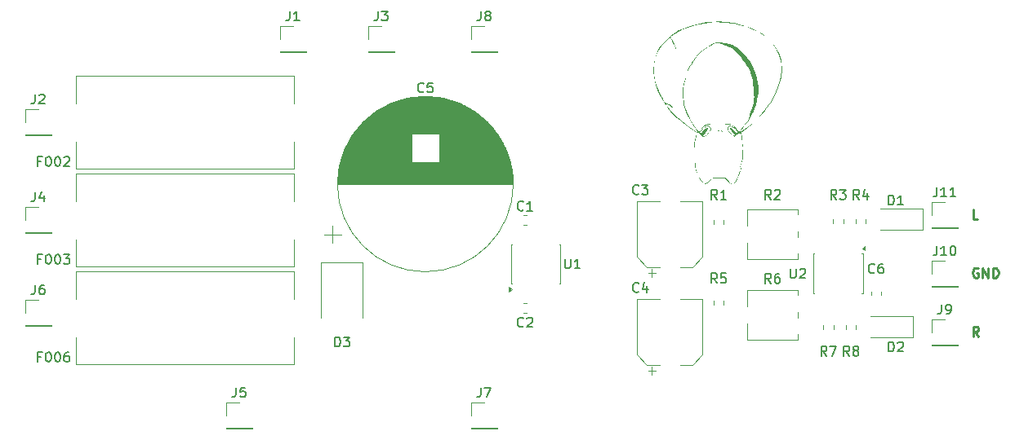
<source format=gbr>
%TF.GenerationSoftware,KiCad,Pcbnew,9.0.6-1.fc43app1*%
%TF.CreationDate,2025-12-27T19:53:40+01:00*%
%TF.ProjectId,VuMeterBoard,56754d65-7465-4724-926f-6172642e6b69,rev?*%
%TF.SameCoordinates,Original*%
%TF.FileFunction,Legend,Top*%
%TF.FilePolarity,Positive*%
%FSLAX46Y46*%
G04 Gerber Fmt 4.6, Leading zero omitted, Abs format (unit mm)*
G04 Created by KiCad (PCBNEW 9.0.6-1.fc43app1) date 2025-12-27 19:53:40*
%MOMM*%
%LPD*%
G01*
G04 APERTURE LIST*
%ADD10C,0.250000*%
%ADD11C,0.150000*%
%ADD12C,0.000000*%
%ADD13C,0.120000*%
G04 APERTURE END LIST*
D10*
X208190496Y-110561119D02*
X207857163Y-110084928D01*
X207619068Y-110561119D02*
X207619068Y-109561119D01*
X207619068Y-109561119D02*
X208000020Y-109561119D01*
X208000020Y-109561119D02*
X208095258Y-109608738D01*
X208095258Y-109608738D02*
X208142877Y-109656357D01*
X208142877Y-109656357D02*
X208190496Y-109751595D01*
X208190496Y-109751595D02*
X208190496Y-109894452D01*
X208190496Y-109894452D02*
X208142877Y-109989690D01*
X208142877Y-109989690D02*
X208095258Y-110037309D01*
X208095258Y-110037309D02*
X208000020Y-110084928D01*
X208000020Y-110084928D02*
X207619068Y-110084928D01*
X208142877Y-103512738D02*
X208047639Y-103465119D01*
X208047639Y-103465119D02*
X207904782Y-103465119D01*
X207904782Y-103465119D02*
X207761925Y-103512738D01*
X207761925Y-103512738D02*
X207666687Y-103607976D01*
X207666687Y-103607976D02*
X207619068Y-103703214D01*
X207619068Y-103703214D02*
X207571449Y-103893690D01*
X207571449Y-103893690D02*
X207571449Y-104036547D01*
X207571449Y-104036547D02*
X207619068Y-104227023D01*
X207619068Y-104227023D02*
X207666687Y-104322261D01*
X207666687Y-104322261D02*
X207761925Y-104417500D01*
X207761925Y-104417500D02*
X207904782Y-104465119D01*
X207904782Y-104465119D02*
X208000020Y-104465119D01*
X208000020Y-104465119D02*
X208142877Y-104417500D01*
X208142877Y-104417500D02*
X208190496Y-104369880D01*
X208190496Y-104369880D02*
X208190496Y-104036547D01*
X208190496Y-104036547D02*
X208000020Y-104036547D01*
X208619068Y-104465119D02*
X208619068Y-103465119D01*
X208619068Y-103465119D02*
X209190496Y-104465119D01*
X209190496Y-104465119D02*
X209190496Y-103465119D01*
X209666687Y-104465119D02*
X209666687Y-103465119D01*
X209666687Y-103465119D02*
X209904782Y-103465119D01*
X209904782Y-103465119D02*
X210047639Y-103512738D01*
X210047639Y-103512738D02*
X210142877Y-103607976D01*
X210142877Y-103607976D02*
X210190496Y-103703214D01*
X210190496Y-103703214D02*
X210238115Y-103893690D01*
X210238115Y-103893690D02*
X210238115Y-104036547D01*
X210238115Y-104036547D02*
X210190496Y-104227023D01*
X210190496Y-104227023D02*
X210142877Y-104322261D01*
X210142877Y-104322261D02*
X210047639Y-104417500D01*
X210047639Y-104417500D02*
X209904782Y-104465119D01*
X209904782Y-104465119D02*
X209666687Y-104465119D01*
X208095258Y-98369119D02*
X207619068Y-98369119D01*
X207619068Y-98369119D02*
X207619068Y-97369119D01*
D11*
X197397833Y-103944080D02*
X197350214Y-103991700D01*
X197350214Y-103991700D02*
X197207357Y-104039319D01*
X197207357Y-104039319D02*
X197112119Y-104039319D01*
X197112119Y-104039319D02*
X196969262Y-103991700D01*
X196969262Y-103991700D02*
X196874024Y-103896461D01*
X196874024Y-103896461D02*
X196826405Y-103801223D01*
X196826405Y-103801223D02*
X196778786Y-103610747D01*
X196778786Y-103610747D02*
X196778786Y-103467890D01*
X196778786Y-103467890D02*
X196826405Y-103277414D01*
X196826405Y-103277414D02*
X196874024Y-103182176D01*
X196874024Y-103182176D02*
X196969262Y-103086938D01*
X196969262Y-103086938D02*
X197112119Y-103039319D01*
X197112119Y-103039319D02*
X197207357Y-103039319D01*
X197207357Y-103039319D02*
X197350214Y-103086938D01*
X197350214Y-103086938D02*
X197397833Y-103134557D01*
X198254976Y-103039319D02*
X198064500Y-103039319D01*
X198064500Y-103039319D02*
X197969262Y-103086938D01*
X197969262Y-103086938D02*
X197921643Y-103134557D01*
X197921643Y-103134557D02*
X197826405Y-103277414D01*
X197826405Y-103277414D02*
X197778786Y-103467890D01*
X197778786Y-103467890D02*
X197778786Y-103848842D01*
X197778786Y-103848842D02*
X197826405Y-103944080D01*
X197826405Y-103944080D02*
X197874024Y-103991700D01*
X197874024Y-103991700D02*
X197969262Y-104039319D01*
X197969262Y-104039319D02*
X198159738Y-104039319D01*
X198159738Y-104039319D02*
X198254976Y-103991700D01*
X198254976Y-103991700D02*
X198302595Y-103944080D01*
X198302595Y-103944080D02*
X198350214Y-103848842D01*
X198350214Y-103848842D02*
X198350214Y-103610747D01*
X198350214Y-103610747D02*
X198302595Y-103515509D01*
X198302595Y-103515509D02*
X198254976Y-103467890D01*
X198254976Y-103467890D02*
X198159738Y-103420271D01*
X198159738Y-103420271D02*
X197969262Y-103420271D01*
X197969262Y-103420271D02*
X197874024Y-103467890D01*
X197874024Y-103467890D02*
X197826405Y-103515509D01*
X197826405Y-103515509D02*
X197778786Y-103610747D01*
X150661833Y-85148080D02*
X150614214Y-85195700D01*
X150614214Y-85195700D02*
X150471357Y-85243319D01*
X150471357Y-85243319D02*
X150376119Y-85243319D01*
X150376119Y-85243319D02*
X150233262Y-85195700D01*
X150233262Y-85195700D02*
X150138024Y-85100461D01*
X150138024Y-85100461D02*
X150090405Y-85005223D01*
X150090405Y-85005223D02*
X150042786Y-84814747D01*
X150042786Y-84814747D02*
X150042786Y-84671890D01*
X150042786Y-84671890D02*
X150090405Y-84481414D01*
X150090405Y-84481414D02*
X150138024Y-84386176D01*
X150138024Y-84386176D02*
X150233262Y-84290938D01*
X150233262Y-84290938D02*
X150376119Y-84243319D01*
X150376119Y-84243319D02*
X150471357Y-84243319D01*
X150471357Y-84243319D02*
X150614214Y-84290938D01*
X150614214Y-84290938D02*
X150661833Y-84338557D01*
X151566595Y-84243319D02*
X151090405Y-84243319D01*
X151090405Y-84243319D02*
X151042786Y-84719509D01*
X151042786Y-84719509D02*
X151090405Y-84671890D01*
X151090405Y-84671890D02*
X151185643Y-84624271D01*
X151185643Y-84624271D02*
X151423738Y-84624271D01*
X151423738Y-84624271D02*
X151518976Y-84671890D01*
X151518976Y-84671890D02*
X151566595Y-84719509D01*
X151566595Y-84719509D02*
X151614214Y-84814747D01*
X151614214Y-84814747D02*
X151614214Y-85052842D01*
X151614214Y-85052842D02*
X151566595Y-85148080D01*
X151566595Y-85148080D02*
X151518976Y-85195700D01*
X151518976Y-85195700D02*
X151423738Y-85243319D01*
X151423738Y-85243319D02*
X151185643Y-85243319D01*
X151185643Y-85243319D02*
X151090405Y-85195700D01*
X151090405Y-85195700D02*
X151042786Y-85148080D01*
X160990833Y-97434080D02*
X160943214Y-97481700D01*
X160943214Y-97481700D02*
X160800357Y-97529319D01*
X160800357Y-97529319D02*
X160705119Y-97529319D01*
X160705119Y-97529319D02*
X160562262Y-97481700D01*
X160562262Y-97481700D02*
X160467024Y-97386461D01*
X160467024Y-97386461D02*
X160419405Y-97291223D01*
X160419405Y-97291223D02*
X160371786Y-97100747D01*
X160371786Y-97100747D02*
X160371786Y-96957890D01*
X160371786Y-96957890D02*
X160419405Y-96767414D01*
X160419405Y-96767414D02*
X160467024Y-96672176D01*
X160467024Y-96672176D02*
X160562262Y-96576938D01*
X160562262Y-96576938D02*
X160705119Y-96529319D01*
X160705119Y-96529319D02*
X160800357Y-96529319D01*
X160800357Y-96529319D02*
X160943214Y-96576938D01*
X160943214Y-96576938D02*
X160990833Y-96624557D01*
X161943214Y-97529319D02*
X161371786Y-97529319D01*
X161657500Y-97529319D02*
X161657500Y-96529319D01*
X161657500Y-96529319D02*
X161562262Y-96672176D01*
X161562262Y-96672176D02*
X161467024Y-96767414D01*
X161467024Y-96767414D02*
X161371786Y-96815033D01*
X165306595Y-102531319D02*
X165306595Y-103340842D01*
X165306595Y-103340842D02*
X165354214Y-103436080D01*
X165354214Y-103436080D02*
X165401833Y-103483700D01*
X165401833Y-103483700D02*
X165497071Y-103531319D01*
X165497071Y-103531319D02*
X165687547Y-103531319D01*
X165687547Y-103531319D02*
X165782785Y-103483700D01*
X165782785Y-103483700D02*
X165830404Y-103436080D01*
X165830404Y-103436080D02*
X165878023Y-103340842D01*
X165878023Y-103340842D02*
X165878023Y-102531319D01*
X166878023Y-103531319D02*
X166306595Y-103531319D01*
X166592309Y-103531319D02*
X166592309Y-102531319D01*
X166592309Y-102531319D02*
X166497071Y-102674176D01*
X166497071Y-102674176D02*
X166401833Y-102769414D01*
X166401833Y-102769414D02*
X166306595Y-102817033D01*
X141454405Y-111659319D02*
X141454405Y-110659319D01*
X141454405Y-110659319D02*
X141692500Y-110659319D01*
X141692500Y-110659319D02*
X141835357Y-110706938D01*
X141835357Y-110706938D02*
X141930595Y-110802176D01*
X141930595Y-110802176D02*
X141978214Y-110897414D01*
X141978214Y-110897414D02*
X142025833Y-111087890D01*
X142025833Y-111087890D02*
X142025833Y-111230747D01*
X142025833Y-111230747D02*
X141978214Y-111421223D01*
X141978214Y-111421223D02*
X141930595Y-111516461D01*
X141930595Y-111516461D02*
X141835357Y-111611700D01*
X141835357Y-111611700D02*
X141692500Y-111659319D01*
X141692500Y-111659319D02*
X141454405Y-111659319D01*
X142359167Y-110659319D02*
X142978214Y-110659319D01*
X142978214Y-110659319D02*
X142644881Y-111040271D01*
X142644881Y-111040271D02*
X142787738Y-111040271D01*
X142787738Y-111040271D02*
X142882976Y-111087890D01*
X142882976Y-111087890D02*
X142930595Y-111135509D01*
X142930595Y-111135509D02*
X142978214Y-111230747D01*
X142978214Y-111230747D02*
X142978214Y-111468842D01*
X142978214Y-111468842D02*
X142930595Y-111564080D01*
X142930595Y-111564080D02*
X142882976Y-111611700D01*
X142882976Y-111611700D02*
X142787738Y-111659319D01*
X142787738Y-111659319D02*
X142502024Y-111659319D01*
X142502024Y-111659319D02*
X142406786Y-111611700D01*
X142406786Y-111611700D02*
X142359167Y-111564080D01*
X156591166Y-76783319D02*
X156591166Y-77497604D01*
X156591166Y-77497604D02*
X156543547Y-77640461D01*
X156543547Y-77640461D02*
X156448309Y-77735700D01*
X156448309Y-77735700D02*
X156305452Y-77783319D01*
X156305452Y-77783319D02*
X156210214Y-77783319D01*
X157210214Y-77211890D02*
X157114976Y-77164271D01*
X157114976Y-77164271D02*
X157067357Y-77116652D01*
X157067357Y-77116652D02*
X157019738Y-77021414D01*
X157019738Y-77021414D02*
X157019738Y-76973795D01*
X157019738Y-76973795D02*
X157067357Y-76878557D01*
X157067357Y-76878557D02*
X157114976Y-76830938D01*
X157114976Y-76830938D02*
X157210214Y-76783319D01*
X157210214Y-76783319D02*
X157400690Y-76783319D01*
X157400690Y-76783319D02*
X157495928Y-76830938D01*
X157495928Y-76830938D02*
X157543547Y-76878557D01*
X157543547Y-76878557D02*
X157591166Y-76973795D01*
X157591166Y-76973795D02*
X157591166Y-77021414D01*
X157591166Y-77021414D02*
X157543547Y-77116652D01*
X157543547Y-77116652D02*
X157495928Y-77164271D01*
X157495928Y-77164271D02*
X157400690Y-77211890D01*
X157400690Y-77211890D02*
X157210214Y-77211890D01*
X157210214Y-77211890D02*
X157114976Y-77259509D01*
X157114976Y-77259509D02*
X157067357Y-77307128D01*
X157067357Y-77307128D02*
X157019738Y-77402366D01*
X157019738Y-77402366D02*
X157019738Y-77592842D01*
X157019738Y-77592842D02*
X157067357Y-77688080D01*
X157067357Y-77688080D02*
X157114976Y-77735700D01*
X157114976Y-77735700D02*
X157210214Y-77783319D01*
X157210214Y-77783319D02*
X157400690Y-77783319D01*
X157400690Y-77783319D02*
X157495928Y-77735700D01*
X157495928Y-77735700D02*
X157543547Y-77688080D01*
X157543547Y-77688080D02*
X157591166Y-77592842D01*
X157591166Y-77592842D02*
X157591166Y-77402366D01*
X157591166Y-77402366D02*
X157543547Y-77307128D01*
X157543547Y-77307128D02*
X157495928Y-77259509D01*
X157495928Y-77259509D02*
X157400690Y-77211890D01*
X172950833Y-105911080D02*
X172903214Y-105958700D01*
X172903214Y-105958700D02*
X172760357Y-106006319D01*
X172760357Y-106006319D02*
X172665119Y-106006319D01*
X172665119Y-106006319D02*
X172522262Y-105958700D01*
X172522262Y-105958700D02*
X172427024Y-105863461D01*
X172427024Y-105863461D02*
X172379405Y-105768223D01*
X172379405Y-105768223D02*
X172331786Y-105577747D01*
X172331786Y-105577747D02*
X172331786Y-105434890D01*
X172331786Y-105434890D02*
X172379405Y-105244414D01*
X172379405Y-105244414D02*
X172427024Y-105149176D01*
X172427024Y-105149176D02*
X172522262Y-105053938D01*
X172522262Y-105053938D02*
X172665119Y-105006319D01*
X172665119Y-105006319D02*
X172760357Y-105006319D01*
X172760357Y-105006319D02*
X172903214Y-105053938D01*
X172903214Y-105053938D02*
X172950833Y-105101557D01*
X173807976Y-105339652D02*
X173807976Y-106006319D01*
X173569881Y-104958700D02*
X173331786Y-105672985D01*
X173331786Y-105672985D02*
X173950833Y-105672985D01*
X195810833Y-96354319D02*
X195477500Y-95878128D01*
X195239405Y-96354319D02*
X195239405Y-95354319D01*
X195239405Y-95354319D02*
X195620357Y-95354319D01*
X195620357Y-95354319D02*
X195715595Y-95401938D01*
X195715595Y-95401938D02*
X195763214Y-95449557D01*
X195763214Y-95449557D02*
X195810833Y-95544795D01*
X195810833Y-95544795D02*
X195810833Y-95687652D01*
X195810833Y-95687652D02*
X195763214Y-95782890D01*
X195763214Y-95782890D02*
X195715595Y-95830509D01*
X195715595Y-95830509D02*
X195620357Y-95878128D01*
X195620357Y-95878128D02*
X195239405Y-95878128D01*
X196667976Y-95687652D02*
X196667976Y-96354319D01*
X196429881Y-95306700D02*
X196191786Y-96020985D01*
X196191786Y-96020985D02*
X196810833Y-96020985D01*
X203866976Y-101167319D02*
X203866976Y-101881604D01*
X203866976Y-101881604D02*
X203819357Y-102024461D01*
X203819357Y-102024461D02*
X203724119Y-102119700D01*
X203724119Y-102119700D02*
X203581262Y-102167319D01*
X203581262Y-102167319D02*
X203486024Y-102167319D01*
X204866976Y-102167319D02*
X204295548Y-102167319D01*
X204581262Y-102167319D02*
X204581262Y-101167319D01*
X204581262Y-101167319D02*
X204486024Y-101310176D01*
X204486024Y-101310176D02*
X204390786Y-101405414D01*
X204390786Y-101405414D02*
X204295548Y-101453033D01*
X205486024Y-101167319D02*
X205581262Y-101167319D01*
X205581262Y-101167319D02*
X205676500Y-101214938D01*
X205676500Y-101214938D02*
X205724119Y-101262557D01*
X205724119Y-101262557D02*
X205771738Y-101357795D01*
X205771738Y-101357795D02*
X205819357Y-101548271D01*
X205819357Y-101548271D02*
X205819357Y-101786366D01*
X205819357Y-101786366D02*
X205771738Y-101976842D01*
X205771738Y-101976842D02*
X205724119Y-102072080D01*
X205724119Y-102072080D02*
X205676500Y-102119700D01*
X205676500Y-102119700D02*
X205581262Y-102167319D01*
X205581262Y-102167319D02*
X205486024Y-102167319D01*
X205486024Y-102167319D02*
X205390786Y-102119700D01*
X205390786Y-102119700D02*
X205343167Y-102072080D01*
X205343167Y-102072080D02*
X205295548Y-101976842D01*
X205295548Y-101976842D02*
X205247929Y-101786366D01*
X205247929Y-101786366D02*
X205247929Y-101548271D01*
X205247929Y-101548271D02*
X205295548Y-101357795D01*
X205295548Y-101357795D02*
X205343167Y-101262557D01*
X205343167Y-101262557D02*
X205390786Y-101214938D01*
X205390786Y-101214938D02*
X205486024Y-101167319D01*
X110982285Y-112707009D02*
X110648952Y-112707009D01*
X110648952Y-113230819D02*
X110648952Y-112230819D01*
X110648952Y-112230819D02*
X111125142Y-112230819D01*
X111696571Y-112230819D02*
X111791809Y-112230819D01*
X111791809Y-112230819D02*
X111887047Y-112278438D01*
X111887047Y-112278438D02*
X111934666Y-112326057D01*
X111934666Y-112326057D02*
X111982285Y-112421295D01*
X111982285Y-112421295D02*
X112029904Y-112611771D01*
X112029904Y-112611771D02*
X112029904Y-112849866D01*
X112029904Y-112849866D02*
X111982285Y-113040342D01*
X111982285Y-113040342D02*
X111934666Y-113135580D01*
X111934666Y-113135580D02*
X111887047Y-113183200D01*
X111887047Y-113183200D02*
X111791809Y-113230819D01*
X111791809Y-113230819D02*
X111696571Y-113230819D01*
X111696571Y-113230819D02*
X111601333Y-113183200D01*
X111601333Y-113183200D02*
X111553714Y-113135580D01*
X111553714Y-113135580D02*
X111506095Y-113040342D01*
X111506095Y-113040342D02*
X111458476Y-112849866D01*
X111458476Y-112849866D02*
X111458476Y-112611771D01*
X111458476Y-112611771D02*
X111506095Y-112421295D01*
X111506095Y-112421295D02*
X111553714Y-112326057D01*
X111553714Y-112326057D02*
X111601333Y-112278438D01*
X111601333Y-112278438D02*
X111696571Y-112230819D01*
X112648952Y-112230819D02*
X112744190Y-112230819D01*
X112744190Y-112230819D02*
X112839428Y-112278438D01*
X112839428Y-112278438D02*
X112887047Y-112326057D01*
X112887047Y-112326057D02*
X112934666Y-112421295D01*
X112934666Y-112421295D02*
X112982285Y-112611771D01*
X112982285Y-112611771D02*
X112982285Y-112849866D01*
X112982285Y-112849866D02*
X112934666Y-113040342D01*
X112934666Y-113040342D02*
X112887047Y-113135580D01*
X112887047Y-113135580D02*
X112839428Y-113183200D01*
X112839428Y-113183200D02*
X112744190Y-113230819D01*
X112744190Y-113230819D02*
X112648952Y-113230819D01*
X112648952Y-113230819D02*
X112553714Y-113183200D01*
X112553714Y-113183200D02*
X112506095Y-113135580D01*
X112506095Y-113135580D02*
X112458476Y-113040342D01*
X112458476Y-113040342D02*
X112410857Y-112849866D01*
X112410857Y-112849866D02*
X112410857Y-112611771D01*
X112410857Y-112611771D02*
X112458476Y-112421295D01*
X112458476Y-112421295D02*
X112506095Y-112326057D01*
X112506095Y-112326057D02*
X112553714Y-112278438D01*
X112553714Y-112278438D02*
X112648952Y-112230819D01*
X113839428Y-112230819D02*
X113648952Y-112230819D01*
X113648952Y-112230819D02*
X113553714Y-112278438D01*
X113553714Y-112278438D02*
X113506095Y-112326057D01*
X113506095Y-112326057D02*
X113410857Y-112468914D01*
X113410857Y-112468914D02*
X113363238Y-112659390D01*
X113363238Y-112659390D02*
X113363238Y-113040342D01*
X113363238Y-113040342D02*
X113410857Y-113135580D01*
X113410857Y-113135580D02*
X113458476Y-113183200D01*
X113458476Y-113183200D02*
X113553714Y-113230819D01*
X113553714Y-113230819D02*
X113744190Y-113230819D01*
X113744190Y-113230819D02*
X113839428Y-113183200D01*
X113839428Y-113183200D02*
X113887047Y-113135580D01*
X113887047Y-113135580D02*
X113934666Y-113040342D01*
X113934666Y-113040342D02*
X113934666Y-112802247D01*
X113934666Y-112802247D02*
X113887047Y-112707009D01*
X113887047Y-112707009D02*
X113839428Y-112659390D01*
X113839428Y-112659390D02*
X113744190Y-112611771D01*
X113744190Y-112611771D02*
X113553714Y-112611771D01*
X113553714Y-112611771D02*
X113458476Y-112659390D01*
X113458476Y-112659390D02*
X113410857Y-112707009D01*
X113410857Y-112707009D02*
X113363238Y-112802247D01*
X110363166Y-95579319D02*
X110363166Y-96293604D01*
X110363166Y-96293604D02*
X110315547Y-96436461D01*
X110315547Y-96436461D02*
X110220309Y-96531700D01*
X110220309Y-96531700D02*
X110077452Y-96579319D01*
X110077452Y-96579319D02*
X109982214Y-96579319D01*
X111267928Y-95912652D02*
X111267928Y-96579319D01*
X111029833Y-95531700D02*
X110791738Y-96245985D01*
X110791738Y-96245985D02*
X111410785Y-96245985D01*
X186666833Y-96354319D02*
X186333500Y-95878128D01*
X186095405Y-96354319D02*
X186095405Y-95354319D01*
X186095405Y-95354319D02*
X186476357Y-95354319D01*
X186476357Y-95354319D02*
X186571595Y-95401938D01*
X186571595Y-95401938D02*
X186619214Y-95449557D01*
X186619214Y-95449557D02*
X186666833Y-95544795D01*
X186666833Y-95544795D02*
X186666833Y-95687652D01*
X186666833Y-95687652D02*
X186619214Y-95782890D01*
X186619214Y-95782890D02*
X186571595Y-95830509D01*
X186571595Y-95830509D02*
X186476357Y-95878128D01*
X186476357Y-95878128D02*
X186095405Y-95878128D01*
X187047786Y-95449557D02*
X187095405Y-95401938D01*
X187095405Y-95401938D02*
X187190643Y-95354319D01*
X187190643Y-95354319D02*
X187428738Y-95354319D01*
X187428738Y-95354319D02*
X187523976Y-95401938D01*
X187523976Y-95401938D02*
X187571595Y-95449557D01*
X187571595Y-95449557D02*
X187619214Y-95544795D01*
X187619214Y-95544795D02*
X187619214Y-95640033D01*
X187619214Y-95640033D02*
X187571595Y-95782890D01*
X187571595Y-95782890D02*
X187000167Y-96354319D01*
X187000167Y-96354319D02*
X187619214Y-96354319D01*
X203866976Y-95071319D02*
X203866976Y-95785604D01*
X203866976Y-95785604D02*
X203819357Y-95928461D01*
X203819357Y-95928461D02*
X203724119Y-96023700D01*
X203724119Y-96023700D02*
X203581262Y-96071319D01*
X203581262Y-96071319D02*
X203486024Y-96071319D01*
X204866976Y-96071319D02*
X204295548Y-96071319D01*
X204581262Y-96071319D02*
X204581262Y-95071319D01*
X204581262Y-95071319D02*
X204486024Y-95214176D01*
X204486024Y-95214176D02*
X204390786Y-95309414D01*
X204390786Y-95309414D02*
X204295548Y-95357033D01*
X205819357Y-96071319D02*
X205247929Y-96071319D01*
X205533643Y-96071319D02*
X205533643Y-95071319D01*
X205533643Y-95071319D02*
X205438405Y-95214176D01*
X205438405Y-95214176D02*
X205343167Y-95309414D01*
X205343167Y-95309414D02*
X205247929Y-95357033D01*
X145923166Y-76783319D02*
X145923166Y-77497604D01*
X145923166Y-77497604D02*
X145875547Y-77640461D01*
X145875547Y-77640461D02*
X145780309Y-77735700D01*
X145780309Y-77735700D02*
X145637452Y-77783319D01*
X145637452Y-77783319D02*
X145542214Y-77783319D01*
X146304119Y-76783319D02*
X146923166Y-76783319D01*
X146923166Y-76783319D02*
X146589833Y-77164271D01*
X146589833Y-77164271D02*
X146732690Y-77164271D01*
X146732690Y-77164271D02*
X146827928Y-77211890D01*
X146827928Y-77211890D02*
X146875547Y-77259509D01*
X146875547Y-77259509D02*
X146923166Y-77354747D01*
X146923166Y-77354747D02*
X146923166Y-77592842D01*
X146923166Y-77592842D02*
X146875547Y-77688080D01*
X146875547Y-77688080D02*
X146827928Y-77735700D01*
X146827928Y-77735700D02*
X146732690Y-77783319D01*
X146732690Y-77783319D02*
X146446976Y-77783319D01*
X146446976Y-77783319D02*
X146351738Y-77735700D01*
X146351738Y-77735700D02*
X146304119Y-77688080D01*
X131191166Y-115899319D02*
X131191166Y-116613604D01*
X131191166Y-116613604D02*
X131143547Y-116756461D01*
X131143547Y-116756461D02*
X131048309Y-116851700D01*
X131048309Y-116851700D02*
X130905452Y-116899319D01*
X130905452Y-116899319D02*
X130810214Y-116899319D01*
X132143547Y-115899319D02*
X131667357Y-115899319D01*
X131667357Y-115899319D02*
X131619738Y-116375509D01*
X131619738Y-116375509D02*
X131667357Y-116327890D01*
X131667357Y-116327890D02*
X131762595Y-116280271D01*
X131762595Y-116280271D02*
X132000690Y-116280271D01*
X132000690Y-116280271D02*
X132095928Y-116327890D01*
X132095928Y-116327890D02*
X132143547Y-116375509D01*
X132143547Y-116375509D02*
X132191166Y-116470747D01*
X132191166Y-116470747D02*
X132191166Y-116708842D01*
X132191166Y-116708842D02*
X132143547Y-116804080D01*
X132143547Y-116804080D02*
X132095928Y-116851700D01*
X132095928Y-116851700D02*
X132000690Y-116899319D01*
X132000690Y-116899319D02*
X131762595Y-116899319D01*
X131762595Y-116899319D02*
X131667357Y-116851700D01*
X131667357Y-116851700D02*
X131619738Y-116804080D01*
X192445833Y-112610319D02*
X192112500Y-112134128D01*
X191874405Y-112610319D02*
X191874405Y-111610319D01*
X191874405Y-111610319D02*
X192255357Y-111610319D01*
X192255357Y-111610319D02*
X192350595Y-111657938D01*
X192350595Y-111657938D02*
X192398214Y-111705557D01*
X192398214Y-111705557D02*
X192445833Y-111800795D01*
X192445833Y-111800795D02*
X192445833Y-111943652D01*
X192445833Y-111943652D02*
X192398214Y-112038890D01*
X192398214Y-112038890D02*
X192350595Y-112086509D01*
X192350595Y-112086509D02*
X192255357Y-112134128D01*
X192255357Y-112134128D02*
X191874405Y-112134128D01*
X192779167Y-111610319D02*
X193445833Y-111610319D01*
X193445833Y-111610319D02*
X193017262Y-112610319D01*
X198858405Y-112167319D02*
X198858405Y-111167319D01*
X198858405Y-111167319D02*
X199096500Y-111167319D01*
X199096500Y-111167319D02*
X199239357Y-111214938D01*
X199239357Y-111214938D02*
X199334595Y-111310176D01*
X199334595Y-111310176D02*
X199382214Y-111405414D01*
X199382214Y-111405414D02*
X199429833Y-111595890D01*
X199429833Y-111595890D02*
X199429833Y-111738747D01*
X199429833Y-111738747D02*
X199382214Y-111929223D01*
X199382214Y-111929223D02*
X199334595Y-112024461D01*
X199334595Y-112024461D02*
X199239357Y-112119700D01*
X199239357Y-112119700D02*
X199096500Y-112167319D01*
X199096500Y-112167319D02*
X198858405Y-112167319D01*
X199810786Y-111262557D02*
X199858405Y-111214938D01*
X199858405Y-111214938D02*
X199953643Y-111167319D01*
X199953643Y-111167319D02*
X200191738Y-111167319D01*
X200191738Y-111167319D02*
X200286976Y-111214938D01*
X200286976Y-111214938D02*
X200334595Y-111262557D01*
X200334595Y-111262557D02*
X200382214Y-111357795D01*
X200382214Y-111357795D02*
X200382214Y-111453033D01*
X200382214Y-111453033D02*
X200334595Y-111595890D01*
X200334595Y-111595890D02*
X199763167Y-112167319D01*
X199763167Y-112167319D02*
X200382214Y-112167319D01*
X186666833Y-105056319D02*
X186333500Y-104580128D01*
X186095405Y-105056319D02*
X186095405Y-104056319D01*
X186095405Y-104056319D02*
X186476357Y-104056319D01*
X186476357Y-104056319D02*
X186571595Y-104103938D01*
X186571595Y-104103938D02*
X186619214Y-104151557D01*
X186619214Y-104151557D02*
X186666833Y-104246795D01*
X186666833Y-104246795D02*
X186666833Y-104389652D01*
X186666833Y-104389652D02*
X186619214Y-104484890D01*
X186619214Y-104484890D02*
X186571595Y-104532509D01*
X186571595Y-104532509D02*
X186476357Y-104580128D01*
X186476357Y-104580128D02*
X186095405Y-104580128D01*
X187523976Y-104056319D02*
X187333500Y-104056319D01*
X187333500Y-104056319D02*
X187238262Y-104103938D01*
X187238262Y-104103938D02*
X187190643Y-104151557D01*
X187190643Y-104151557D02*
X187095405Y-104294414D01*
X187095405Y-104294414D02*
X187047786Y-104484890D01*
X187047786Y-104484890D02*
X187047786Y-104865842D01*
X187047786Y-104865842D02*
X187095405Y-104961080D01*
X187095405Y-104961080D02*
X187143024Y-105008700D01*
X187143024Y-105008700D02*
X187238262Y-105056319D01*
X187238262Y-105056319D02*
X187428738Y-105056319D01*
X187428738Y-105056319D02*
X187523976Y-105008700D01*
X187523976Y-105008700D02*
X187571595Y-104961080D01*
X187571595Y-104961080D02*
X187619214Y-104865842D01*
X187619214Y-104865842D02*
X187619214Y-104627747D01*
X187619214Y-104627747D02*
X187571595Y-104532509D01*
X187571595Y-104532509D02*
X187523976Y-104484890D01*
X187523976Y-104484890D02*
X187428738Y-104437271D01*
X187428738Y-104437271D02*
X187238262Y-104437271D01*
X187238262Y-104437271D02*
X187143024Y-104484890D01*
X187143024Y-104484890D02*
X187095405Y-104532509D01*
X187095405Y-104532509D02*
X187047786Y-104627747D01*
X110363166Y-105231319D02*
X110363166Y-105945604D01*
X110363166Y-105945604D02*
X110315547Y-106088461D01*
X110315547Y-106088461D02*
X110220309Y-106183700D01*
X110220309Y-106183700D02*
X110077452Y-106231319D01*
X110077452Y-106231319D02*
X109982214Y-106231319D01*
X111267928Y-105231319D02*
X111077452Y-105231319D01*
X111077452Y-105231319D02*
X110982214Y-105278938D01*
X110982214Y-105278938D02*
X110934595Y-105326557D01*
X110934595Y-105326557D02*
X110839357Y-105469414D01*
X110839357Y-105469414D02*
X110791738Y-105659890D01*
X110791738Y-105659890D02*
X110791738Y-106040842D01*
X110791738Y-106040842D02*
X110839357Y-106136080D01*
X110839357Y-106136080D02*
X110886976Y-106183700D01*
X110886976Y-106183700D02*
X110982214Y-106231319D01*
X110982214Y-106231319D02*
X111172690Y-106231319D01*
X111172690Y-106231319D02*
X111267928Y-106183700D01*
X111267928Y-106183700D02*
X111315547Y-106136080D01*
X111315547Y-106136080D02*
X111363166Y-106040842D01*
X111363166Y-106040842D02*
X111363166Y-105802747D01*
X111363166Y-105802747D02*
X111315547Y-105707509D01*
X111315547Y-105707509D02*
X111267928Y-105659890D01*
X111267928Y-105659890D02*
X111172690Y-105612271D01*
X111172690Y-105612271D02*
X110982214Y-105612271D01*
X110982214Y-105612271D02*
X110886976Y-105659890D01*
X110886976Y-105659890D02*
X110839357Y-105707509D01*
X110839357Y-105707509D02*
X110791738Y-105802747D01*
X172950833Y-95751080D02*
X172903214Y-95798700D01*
X172903214Y-95798700D02*
X172760357Y-95846319D01*
X172760357Y-95846319D02*
X172665119Y-95846319D01*
X172665119Y-95846319D02*
X172522262Y-95798700D01*
X172522262Y-95798700D02*
X172427024Y-95703461D01*
X172427024Y-95703461D02*
X172379405Y-95608223D01*
X172379405Y-95608223D02*
X172331786Y-95417747D01*
X172331786Y-95417747D02*
X172331786Y-95274890D01*
X172331786Y-95274890D02*
X172379405Y-95084414D01*
X172379405Y-95084414D02*
X172427024Y-94989176D01*
X172427024Y-94989176D02*
X172522262Y-94893938D01*
X172522262Y-94893938D02*
X172665119Y-94846319D01*
X172665119Y-94846319D02*
X172760357Y-94846319D01*
X172760357Y-94846319D02*
X172903214Y-94893938D01*
X172903214Y-94893938D02*
X172950833Y-94941557D01*
X173284167Y-94846319D02*
X173903214Y-94846319D01*
X173903214Y-94846319D02*
X173569881Y-95227271D01*
X173569881Y-95227271D02*
X173712738Y-95227271D01*
X173712738Y-95227271D02*
X173807976Y-95274890D01*
X173807976Y-95274890D02*
X173855595Y-95322509D01*
X173855595Y-95322509D02*
X173903214Y-95417747D01*
X173903214Y-95417747D02*
X173903214Y-95655842D01*
X173903214Y-95655842D02*
X173855595Y-95751080D01*
X173855595Y-95751080D02*
X173807976Y-95798700D01*
X173807976Y-95798700D02*
X173712738Y-95846319D01*
X173712738Y-95846319D02*
X173427024Y-95846319D01*
X173427024Y-95846319D02*
X173331786Y-95798700D01*
X173331786Y-95798700D02*
X173284167Y-95751080D01*
X160990833Y-109532080D02*
X160943214Y-109579700D01*
X160943214Y-109579700D02*
X160800357Y-109627319D01*
X160800357Y-109627319D02*
X160705119Y-109627319D01*
X160705119Y-109627319D02*
X160562262Y-109579700D01*
X160562262Y-109579700D02*
X160467024Y-109484461D01*
X160467024Y-109484461D02*
X160419405Y-109389223D01*
X160419405Y-109389223D02*
X160371786Y-109198747D01*
X160371786Y-109198747D02*
X160371786Y-109055890D01*
X160371786Y-109055890D02*
X160419405Y-108865414D01*
X160419405Y-108865414D02*
X160467024Y-108770176D01*
X160467024Y-108770176D02*
X160562262Y-108674938D01*
X160562262Y-108674938D02*
X160705119Y-108627319D01*
X160705119Y-108627319D02*
X160800357Y-108627319D01*
X160800357Y-108627319D02*
X160943214Y-108674938D01*
X160943214Y-108674938D02*
X160990833Y-108722557D01*
X161371786Y-108722557D02*
X161419405Y-108674938D01*
X161419405Y-108674938D02*
X161514643Y-108627319D01*
X161514643Y-108627319D02*
X161752738Y-108627319D01*
X161752738Y-108627319D02*
X161847976Y-108674938D01*
X161847976Y-108674938D02*
X161895595Y-108722557D01*
X161895595Y-108722557D02*
X161943214Y-108817795D01*
X161943214Y-108817795D02*
X161943214Y-108913033D01*
X161943214Y-108913033D02*
X161895595Y-109055890D01*
X161895595Y-109055890D02*
X161324167Y-109627319D01*
X161324167Y-109627319D02*
X161943214Y-109627319D01*
X136779166Y-76783319D02*
X136779166Y-77497604D01*
X136779166Y-77497604D02*
X136731547Y-77640461D01*
X136731547Y-77640461D02*
X136636309Y-77735700D01*
X136636309Y-77735700D02*
X136493452Y-77783319D01*
X136493452Y-77783319D02*
X136398214Y-77783319D01*
X137779166Y-77783319D02*
X137207738Y-77783319D01*
X137493452Y-77783319D02*
X137493452Y-76783319D01*
X137493452Y-76783319D02*
X137398214Y-76926176D01*
X137398214Y-76926176D02*
X137302976Y-77021414D01*
X137302976Y-77021414D02*
X137207738Y-77069033D01*
X193461833Y-96354319D02*
X193128500Y-95878128D01*
X192890405Y-96354319D02*
X192890405Y-95354319D01*
X192890405Y-95354319D02*
X193271357Y-95354319D01*
X193271357Y-95354319D02*
X193366595Y-95401938D01*
X193366595Y-95401938D02*
X193414214Y-95449557D01*
X193414214Y-95449557D02*
X193461833Y-95544795D01*
X193461833Y-95544795D02*
X193461833Y-95687652D01*
X193461833Y-95687652D02*
X193414214Y-95782890D01*
X193414214Y-95782890D02*
X193366595Y-95830509D01*
X193366595Y-95830509D02*
X193271357Y-95878128D01*
X193271357Y-95878128D02*
X192890405Y-95878128D01*
X193795167Y-95354319D02*
X194414214Y-95354319D01*
X194414214Y-95354319D02*
X194080881Y-95735271D01*
X194080881Y-95735271D02*
X194223738Y-95735271D01*
X194223738Y-95735271D02*
X194318976Y-95782890D01*
X194318976Y-95782890D02*
X194366595Y-95830509D01*
X194366595Y-95830509D02*
X194414214Y-95925747D01*
X194414214Y-95925747D02*
X194414214Y-96163842D01*
X194414214Y-96163842D02*
X194366595Y-96259080D01*
X194366595Y-96259080D02*
X194318976Y-96306700D01*
X194318976Y-96306700D02*
X194223738Y-96354319D01*
X194223738Y-96354319D02*
X193938024Y-96354319D01*
X193938024Y-96354319D02*
X193842786Y-96306700D01*
X193842786Y-96306700D02*
X193795167Y-96259080D01*
X110982285Y-92387009D02*
X110648952Y-92387009D01*
X110648952Y-92910819D02*
X110648952Y-91910819D01*
X110648952Y-91910819D02*
X111125142Y-91910819D01*
X111696571Y-91910819D02*
X111791809Y-91910819D01*
X111791809Y-91910819D02*
X111887047Y-91958438D01*
X111887047Y-91958438D02*
X111934666Y-92006057D01*
X111934666Y-92006057D02*
X111982285Y-92101295D01*
X111982285Y-92101295D02*
X112029904Y-92291771D01*
X112029904Y-92291771D02*
X112029904Y-92529866D01*
X112029904Y-92529866D02*
X111982285Y-92720342D01*
X111982285Y-92720342D02*
X111934666Y-92815580D01*
X111934666Y-92815580D02*
X111887047Y-92863200D01*
X111887047Y-92863200D02*
X111791809Y-92910819D01*
X111791809Y-92910819D02*
X111696571Y-92910819D01*
X111696571Y-92910819D02*
X111601333Y-92863200D01*
X111601333Y-92863200D02*
X111553714Y-92815580D01*
X111553714Y-92815580D02*
X111506095Y-92720342D01*
X111506095Y-92720342D02*
X111458476Y-92529866D01*
X111458476Y-92529866D02*
X111458476Y-92291771D01*
X111458476Y-92291771D02*
X111506095Y-92101295D01*
X111506095Y-92101295D02*
X111553714Y-92006057D01*
X111553714Y-92006057D02*
X111601333Y-91958438D01*
X111601333Y-91958438D02*
X111696571Y-91910819D01*
X112648952Y-91910819D02*
X112744190Y-91910819D01*
X112744190Y-91910819D02*
X112839428Y-91958438D01*
X112839428Y-91958438D02*
X112887047Y-92006057D01*
X112887047Y-92006057D02*
X112934666Y-92101295D01*
X112934666Y-92101295D02*
X112982285Y-92291771D01*
X112982285Y-92291771D02*
X112982285Y-92529866D01*
X112982285Y-92529866D02*
X112934666Y-92720342D01*
X112934666Y-92720342D02*
X112887047Y-92815580D01*
X112887047Y-92815580D02*
X112839428Y-92863200D01*
X112839428Y-92863200D02*
X112744190Y-92910819D01*
X112744190Y-92910819D02*
X112648952Y-92910819D01*
X112648952Y-92910819D02*
X112553714Y-92863200D01*
X112553714Y-92863200D02*
X112506095Y-92815580D01*
X112506095Y-92815580D02*
X112458476Y-92720342D01*
X112458476Y-92720342D02*
X112410857Y-92529866D01*
X112410857Y-92529866D02*
X112410857Y-92291771D01*
X112410857Y-92291771D02*
X112458476Y-92101295D01*
X112458476Y-92101295D02*
X112506095Y-92006057D01*
X112506095Y-92006057D02*
X112553714Y-91958438D01*
X112553714Y-91958438D02*
X112648952Y-91910819D01*
X113363238Y-92006057D02*
X113410857Y-91958438D01*
X113410857Y-91958438D02*
X113506095Y-91910819D01*
X113506095Y-91910819D02*
X113744190Y-91910819D01*
X113744190Y-91910819D02*
X113839428Y-91958438D01*
X113839428Y-91958438D02*
X113887047Y-92006057D01*
X113887047Y-92006057D02*
X113934666Y-92101295D01*
X113934666Y-92101295D02*
X113934666Y-92196533D01*
X113934666Y-92196533D02*
X113887047Y-92339390D01*
X113887047Y-92339390D02*
X113315619Y-92910819D01*
X113315619Y-92910819D02*
X113934666Y-92910819D01*
X198858405Y-96927319D02*
X198858405Y-95927319D01*
X198858405Y-95927319D02*
X199096500Y-95927319D01*
X199096500Y-95927319D02*
X199239357Y-95974938D01*
X199239357Y-95974938D02*
X199334595Y-96070176D01*
X199334595Y-96070176D02*
X199382214Y-96165414D01*
X199382214Y-96165414D02*
X199429833Y-96355890D01*
X199429833Y-96355890D02*
X199429833Y-96498747D01*
X199429833Y-96498747D02*
X199382214Y-96689223D01*
X199382214Y-96689223D02*
X199334595Y-96784461D01*
X199334595Y-96784461D02*
X199239357Y-96879700D01*
X199239357Y-96879700D02*
X199096500Y-96927319D01*
X199096500Y-96927319D02*
X198858405Y-96927319D01*
X200382214Y-96927319D02*
X199810786Y-96927319D01*
X200096500Y-96927319D02*
X200096500Y-95927319D01*
X200096500Y-95927319D02*
X200001262Y-96070176D01*
X200001262Y-96070176D02*
X199906024Y-96165414D01*
X199906024Y-96165414D02*
X199810786Y-96213033D01*
X110982285Y-102547009D02*
X110648952Y-102547009D01*
X110648952Y-103070819D02*
X110648952Y-102070819D01*
X110648952Y-102070819D02*
X111125142Y-102070819D01*
X111696571Y-102070819D02*
X111791809Y-102070819D01*
X111791809Y-102070819D02*
X111887047Y-102118438D01*
X111887047Y-102118438D02*
X111934666Y-102166057D01*
X111934666Y-102166057D02*
X111982285Y-102261295D01*
X111982285Y-102261295D02*
X112029904Y-102451771D01*
X112029904Y-102451771D02*
X112029904Y-102689866D01*
X112029904Y-102689866D02*
X111982285Y-102880342D01*
X111982285Y-102880342D02*
X111934666Y-102975580D01*
X111934666Y-102975580D02*
X111887047Y-103023200D01*
X111887047Y-103023200D02*
X111791809Y-103070819D01*
X111791809Y-103070819D02*
X111696571Y-103070819D01*
X111696571Y-103070819D02*
X111601333Y-103023200D01*
X111601333Y-103023200D02*
X111553714Y-102975580D01*
X111553714Y-102975580D02*
X111506095Y-102880342D01*
X111506095Y-102880342D02*
X111458476Y-102689866D01*
X111458476Y-102689866D02*
X111458476Y-102451771D01*
X111458476Y-102451771D02*
X111506095Y-102261295D01*
X111506095Y-102261295D02*
X111553714Y-102166057D01*
X111553714Y-102166057D02*
X111601333Y-102118438D01*
X111601333Y-102118438D02*
X111696571Y-102070819D01*
X112648952Y-102070819D02*
X112744190Y-102070819D01*
X112744190Y-102070819D02*
X112839428Y-102118438D01*
X112839428Y-102118438D02*
X112887047Y-102166057D01*
X112887047Y-102166057D02*
X112934666Y-102261295D01*
X112934666Y-102261295D02*
X112982285Y-102451771D01*
X112982285Y-102451771D02*
X112982285Y-102689866D01*
X112982285Y-102689866D02*
X112934666Y-102880342D01*
X112934666Y-102880342D02*
X112887047Y-102975580D01*
X112887047Y-102975580D02*
X112839428Y-103023200D01*
X112839428Y-103023200D02*
X112744190Y-103070819D01*
X112744190Y-103070819D02*
X112648952Y-103070819D01*
X112648952Y-103070819D02*
X112553714Y-103023200D01*
X112553714Y-103023200D02*
X112506095Y-102975580D01*
X112506095Y-102975580D02*
X112458476Y-102880342D01*
X112458476Y-102880342D02*
X112410857Y-102689866D01*
X112410857Y-102689866D02*
X112410857Y-102451771D01*
X112410857Y-102451771D02*
X112458476Y-102261295D01*
X112458476Y-102261295D02*
X112506095Y-102166057D01*
X112506095Y-102166057D02*
X112553714Y-102118438D01*
X112553714Y-102118438D02*
X112648952Y-102070819D01*
X113315619Y-102070819D02*
X113934666Y-102070819D01*
X113934666Y-102070819D02*
X113601333Y-102451771D01*
X113601333Y-102451771D02*
X113744190Y-102451771D01*
X113744190Y-102451771D02*
X113839428Y-102499390D01*
X113839428Y-102499390D02*
X113887047Y-102547009D01*
X113887047Y-102547009D02*
X113934666Y-102642247D01*
X113934666Y-102642247D02*
X113934666Y-102880342D01*
X113934666Y-102880342D02*
X113887047Y-102975580D01*
X113887047Y-102975580D02*
X113839428Y-103023200D01*
X113839428Y-103023200D02*
X113744190Y-103070819D01*
X113744190Y-103070819D02*
X113458476Y-103070819D01*
X113458476Y-103070819D02*
X113363238Y-103023200D01*
X113363238Y-103023200D02*
X113315619Y-102975580D01*
X181078833Y-105036319D02*
X180745500Y-104560128D01*
X180507405Y-105036319D02*
X180507405Y-104036319D01*
X180507405Y-104036319D02*
X180888357Y-104036319D01*
X180888357Y-104036319D02*
X180983595Y-104083938D01*
X180983595Y-104083938D02*
X181031214Y-104131557D01*
X181031214Y-104131557D02*
X181078833Y-104226795D01*
X181078833Y-104226795D02*
X181078833Y-104369652D01*
X181078833Y-104369652D02*
X181031214Y-104464890D01*
X181031214Y-104464890D02*
X180983595Y-104512509D01*
X180983595Y-104512509D02*
X180888357Y-104560128D01*
X180888357Y-104560128D02*
X180507405Y-104560128D01*
X181983595Y-104036319D02*
X181507405Y-104036319D01*
X181507405Y-104036319D02*
X181459786Y-104512509D01*
X181459786Y-104512509D02*
X181507405Y-104464890D01*
X181507405Y-104464890D02*
X181602643Y-104417271D01*
X181602643Y-104417271D02*
X181840738Y-104417271D01*
X181840738Y-104417271D02*
X181935976Y-104464890D01*
X181935976Y-104464890D02*
X181983595Y-104512509D01*
X181983595Y-104512509D02*
X182031214Y-104607747D01*
X182031214Y-104607747D02*
X182031214Y-104845842D01*
X182031214Y-104845842D02*
X181983595Y-104941080D01*
X181983595Y-104941080D02*
X181935976Y-104988700D01*
X181935976Y-104988700D02*
X181840738Y-105036319D01*
X181840738Y-105036319D02*
X181602643Y-105036319D01*
X181602643Y-105036319D02*
X181507405Y-104988700D01*
X181507405Y-104988700D02*
X181459786Y-104941080D01*
X156591166Y-115899319D02*
X156591166Y-116613604D01*
X156591166Y-116613604D02*
X156543547Y-116756461D01*
X156543547Y-116756461D02*
X156448309Y-116851700D01*
X156448309Y-116851700D02*
X156305452Y-116899319D01*
X156305452Y-116899319D02*
X156210214Y-116899319D01*
X156972119Y-115899319D02*
X157638785Y-115899319D01*
X157638785Y-115899319D02*
X157210214Y-116899319D01*
X204343166Y-107263319D02*
X204343166Y-107977604D01*
X204343166Y-107977604D02*
X204295547Y-108120461D01*
X204295547Y-108120461D02*
X204200309Y-108215700D01*
X204200309Y-108215700D02*
X204057452Y-108263319D01*
X204057452Y-108263319D02*
X203962214Y-108263319D01*
X204866976Y-108263319D02*
X205057452Y-108263319D01*
X205057452Y-108263319D02*
X205152690Y-108215700D01*
X205152690Y-108215700D02*
X205200309Y-108168080D01*
X205200309Y-108168080D02*
X205295547Y-108025223D01*
X205295547Y-108025223D02*
X205343166Y-107834747D01*
X205343166Y-107834747D02*
X205343166Y-107453795D01*
X205343166Y-107453795D02*
X205295547Y-107358557D01*
X205295547Y-107358557D02*
X205247928Y-107310938D01*
X205247928Y-107310938D02*
X205152690Y-107263319D01*
X205152690Y-107263319D02*
X204962214Y-107263319D01*
X204962214Y-107263319D02*
X204866976Y-107310938D01*
X204866976Y-107310938D02*
X204819357Y-107358557D01*
X204819357Y-107358557D02*
X204771738Y-107453795D01*
X204771738Y-107453795D02*
X204771738Y-107691890D01*
X204771738Y-107691890D02*
X204819357Y-107787128D01*
X204819357Y-107787128D02*
X204866976Y-107834747D01*
X204866976Y-107834747D02*
X204962214Y-107882366D01*
X204962214Y-107882366D02*
X205152690Y-107882366D01*
X205152690Y-107882366D02*
X205247928Y-107834747D01*
X205247928Y-107834747D02*
X205295547Y-107787128D01*
X205295547Y-107787128D02*
X205343166Y-107691890D01*
X194794833Y-112610319D02*
X194461500Y-112134128D01*
X194223405Y-112610319D02*
X194223405Y-111610319D01*
X194223405Y-111610319D02*
X194604357Y-111610319D01*
X194604357Y-111610319D02*
X194699595Y-111657938D01*
X194699595Y-111657938D02*
X194747214Y-111705557D01*
X194747214Y-111705557D02*
X194794833Y-111800795D01*
X194794833Y-111800795D02*
X194794833Y-111943652D01*
X194794833Y-111943652D02*
X194747214Y-112038890D01*
X194747214Y-112038890D02*
X194699595Y-112086509D01*
X194699595Y-112086509D02*
X194604357Y-112134128D01*
X194604357Y-112134128D02*
X194223405Y-112134128D01*
X195366262Y-112038890D02*
X195271024Y-111991271D01*
X195271024Y-111991271D02*
X195223405Y-111943652D01*
X195223405Y-111943652D02*
X195175786Y-111848414D01*
X195175786Y-111848414D02*
X195175786Y-111800795D01*
X195175786Y-111800795D02*
X195223405Y-111705557D01*
X195223405Y-111705557D02*
X195271024Y-111657938D01*
X195271024Y-111657938D02*
X195366262Y-111610319D01*
X195366262Y-111610319D02*
X195556738Y-111610319D01*
X195556738Y-111610319D02*
X195651976Y-111657938D01*
X195651976Y-111657938D02*
X195699595Y-111705557D01*
X195699595Y-111705557D02*
X195747214Y-111800795D01*
X195747214Y-111800795D02*
X195747214Y-111848414D01*
X195747214Y-111848414D02*
X195699595Y-111943652D01*
X195699595Y-111943652D02*
X195651976Y-111991271D01*
X195651976Y-111991271D02*
X195556738Y-112038890D01*
X195556738Y-112038890D02*
X195366262Y-112038890D01*
X195366262Y-112038890D02*
X195271024Y-112086509D01*
X195271024Y-112086509D02*
X195223405Y-112134128D01*
X195223405Y-112134128D02*
X195175786Y-112229366D01*
X195175786Y-112229366D02*
X195175786Y-112419842D01*
X195175786Y-112419842D02*
X195223405Y-112515080D01*
X195223405Y-112515080D02*
X195271024Y-112562700D01*
X195271024Y-112562700D02*
X195366262Y-112610319D01*
X195366262Y-112610319D02*
X195556738Y-112610319D01*
X195556738Y-112610319D02*
X195651976Y-112562700D01*
X195651976Y-112562700D02*
X195699595Y-112515080D01*
X195699595Y-112515080D02*
X195747214Y-112419842D01*
X195747214Y-112419842D02*
X195747214Y-112229366D01*
X195747214Y-112229366D02*
X195699595Y-112134128D01*
X195699595Y-112134128D02*
X195651976Y-112086509D01*
X195651976Y-112086509D02*
X195556738Y-112038890D01*
X110363166Y-85419319D02*
X110363166Y-86133604D01*
X110363166Y-86133604D02*
X110315547Y-86276461D01*
X110315547Y-86276461D02*
X110220309Y-86371700D01*
X110220309Y-86371700D02*
X110077452Y-86419319D01*
X110077452Y-86419319D02*
X109982214Y-86419319D01*
X110791738Y-85514557D02*
X110839357Y-85466938D01*
X110839357Y-85466938D02*
X110934595Y-85419319D01*
X110934595Y-85419319D02*
X111172690Y-85419319D01*
X111172690Y-85419319D02*
X111267928Y-85466938D01*
X111267928Y-85466938D02*
X111315547Y-85514557D01*
X111315547Y-85514557D02*
X111363166Y-85609795D01*
X111363166Y-85609795D02*
X111363166Y-85705033D01*
X111363166Y-85705033D02*
X111315547Y-85847890D01*
X111315547Y-85847890D02*
X110744119Y-86419319D01*
X110744119Y-86419319D02*
X111363166Y-86419319D01*
X181078833Y-96354319D02*
X180745500Y-95878128D01*
X180507405Y-96354319D02*
X180507405Y-95354319D01*
X180507405Y-95354319D02*
X180888357Y-95354319D01*
X180888357Y-95354319D02*
X180983595Y-95401938D01*
X180983595Y-95401938D02*
X181031214Y-95449557D01*
X181031214Y-95449557D02*
X181078833Y-95544795D01*
X181078833Y-95544795D02*
X181078833Y-95687652D01*
X181078833Y-95687652D02*
X181031214Y-95782890D01*
X181031214Y-95782890D02*
X180983595Y-95830509D01*
X180983595Y-95830509D02*
X180888357Y-95878128D01*
X180888357Y-95878128D02*
X180507405Y-95878128D01*
X182031214Y-96354319D02*
X181459786Y-96354319D01*
X181745500Y-96354319D02*
X181745500Y-95354319D01*
X181745500Y-95354319D02*
X181650262Y-95497176D01*
X181650262Y-95497176D02*
X181555024Y-95592414D01*
X181555024Y-95592414D02*
X181459786Y-95640033D01*
X188674595Y-103547319D02*
X188674595Y-104356842D01*
X188674595Y-104356842D02*
X188722214Y-104452080D01*
X188722214Y-104452080D02*
X188769833Y-104499700D01*
X188769833Y-104499700D02*
X188865071Y-104547319D01*
X188865071Y-104547319D02*
X189055547Y-104547319D01*
X189055547Y-104547319D02*
X189150785Y-104499700D01*
X189150785Y-104499700D02*
X189198404Y-104452080D01*
X189198404Y-104452080D02*
X189246023Y-104356842D01*
X189246023Y-104356842D02*
X189246023Y-103547319D01*
X189674595Y-103642557D02*
X189722214Y-103594938D01*
X189722214Y-103594938D02*
X189817452Y-103547319D01*
X189817452Y-103547319D02*
X190055547Y-103547319D01*
X190055547Y-103547319D02*
X190150785Y-103594938D01*
X190150785Y-103594938D02*
X190198404Y-103642557D01*
X190198404Y-103642557D02*
X190246023Y-103737795D01*
X190246023Y-103737795D02*
X190246023Y-103833033D01*
X190246023Y-103833033D02*
X190198404Y-103975890D01*
X190198404Y-103975890D02*
X189626976Y-104547319D01*
X189626976Y-104547319D02*
X190246023Y-104547319D01*
D12*
%TO.C,Frog\u002A\u002A*%
G36*
X184209792Y-88560071D02*
G01*
X184182002Y-88587861D01*
X184154212Y-88560071D01*
X184182002Y-88532281D01*
X184209792Y-88560071D01*
G37*
G36*
X183034028Y-89054982D02*
G01*
X183093695Y-89110945D01*
X183081455Y-89143119D01*
X183073685Y-89143660D01*
X183026675Y-89104182D01*
X183009518Y-89079492D01*
X183002967Y-89041459D01*
X183034028Y-89054982D01*
G37*
G36*
X181582516Y-89204514D02*
G01*
X181680908Y-89276769D01*
X181759634Y-89345409D01*
X181751366Y-89359124D01*
X181665061Y-89319112D01*
X181565582Y-89261345D01*
X181437335Y-89195917D01*
X181341759Y-89194528D01*
X181259893Y-89231793D01*
X181129567Y-89287202D01*
X181041740Y-89303931D01*
X181035021Y-89282760D01*
X181112384Y-89231870D01*
X181178352Y-89198970D01*
X181333150Y-89139229D01*
X181453062Y-89138784D01*
X181582516Y-89204514D01*
G37*
G36*
X178969303Y-89576298D02*
G01*
X178956201Y-89616088D01*
X178907902Y-89804241D01*
X178857312Y-90079734D01*
X178807740Y-90418889D01*
X178762494Y-90798028D01*
X178724882Y-91193473D01*
X178711581Y-91366854D01*
X178658603Y-92117183D01*
X178681339Y-91338709D01*
X178701284Y-90927627D01*
X178735012Y-90537722D01*
X178779744Y-90188302D01*
X178832701Y-89898680D01*
X178891105Y-89688164D01*
X178931267Y-89601966D01*
X178974784Y-89539967D01*
X178969303Y-89576298D01*
G37*
G36*
X183595353Y-93014501D02*
G01*
X183573542Y-93189606D01*
X183509191Y-93431533D01*
X183414062Y-93710111D01*
X183299917Y-93995168D01*
X183178518Y-94256532D01*
X183061627Y-94464032D01*
X182995216Y-94553950D01*
X182865671Y-94672349D01*
X182752879Y-94725785D01*
X182681859Y-94702467D01*
X182681439Y-94701797D01*
X182697306Y-94656968D01*
X182753877Y-94646067D01*
X182868587Y-94594329D01*
X182998361Y-94449462D01*
X183134761Y-94226980D01*
X183269348Y-93942402D01*
X183393685Y-93611243D01*
X183486582Y-93298735D01*
X183536136Y-93124757D01*
X183574076Y-93020172D01*
X183593923Y-93001916D01*
X183595353Y-93014501D01*
G37*
G36*
X183761277Y-91224233D02*
G01*
X183778631Y-91374798D01*
X183780831Y-91394644D01*
X183792894Y-91708414D01*
X183767823Y-92042544D01*
X183711402Y-92367895D01*
X183629418Y-92655325D01*
X183527656Y-92875693D01*
X183471852Y-92950881D01*
X183428860Y-92985049D01*
X183434536Y-92937712D01*
X183490510Y-92801914D01*
X183523969Y-92728561D01*
X183591653Y-92569868D01*
X183638558Y-92419117D01*
X183669938Y-92246959D01*
X183691047Y-92024046D01*
X183707138Y-91721029D01*
X183708030Y-91700333D01*
X183720516Y-91414773D01*
X183730192Y-91232328D01*
X183738950Y-91145053D01*
X183748680Y-91145003D01*
X183761277Y-91224233D01*
G37*
G36*
X181522224Y-94064572D02*
G01*
X181761656Y-94070354D01*
X181934833Y-94079069D01*
X182024382Y-94089964D01*
X182031064Y-94097044D01*
X182040494Y-94147366D01*
X182110179Y-94246805D01*
X182217160Y-94370780D01*
X182338476Y-94494707D01*
X182451168Y-94594005D01*
X182532275Y-94644092D01*
X182543859Y-94646067D01*
X182596414Y-94688406D01*
X182597976Y-94701646D01*
X182587355Y-94752304D01*
X182584081Y-94752838D01*
X182527771Y-94731680D01*
X182487733Y-94716091D01*
X182408021Y-94659396D01*
X182285577Y-94545455D01*
X182175856Y-94430324D01*
X181946432Y-94176917D01*
X181285661Y-94168396D01*
X181014477Y-94161038D01*
X180774878Y-94147460D01*
X180594086Y-94129651D01*
X180502932Y-94111176D01*
X180503424Y-94091743D01*
X180610220Y-94076980D01*
X180818549Y-94067205D01*
X181123643Y-94062736D01*
X181233909Y-94062478D01*
X181522224Y-94064572D01*
G37*
G36*
X178791840Y-92450662D02*
G01*
X178840481Y-92681632D01*
X178878766Y-92914295D01*
X178892614Y-93034250D01*
X178945348Y-93315826D01*
X179051489Y-93639597D01*
X179194126Y-93966276D01*
X179356344Y-94256574D01*
X179502824Y-94451790D01*
X179635068Y-94590233D01*
X179726258Y-94659812D01*
X179808136Y-94675668D01*
X179912446Y-94652943D01*
X179919920Y-94650740D01*
X180084697Y-94569249D01*
X180216025Y-94454012D01*
X180334855Y-94331341D01*
X180448567Y-94249128D01*
X180472927Y-94252488D01*
X180426839Y-94318792D01*
X180320301Y-94434268D01*
X180297391Y-94457308D01*
X180080804Y-94644350D01*
X179897468Y-94732896D01*
X179733426Y-94725087D01*
X179574722Y-94623065D01*
X179527080Y-94575496D01*
X179288228Y-94261255D01*
X179082226Y-93861217D01*
X178956005Y-93530090D01*
X178888582Y-93322788D01*
X178839885Y-93142595D01*
X178803445Y-92955780D01*
X178772795Y-92728610D01*
X178741466Y-92427353D01*
X178738356Y-92395082D01*
X178711685Y-92117183D01*
X178791840Y-92450662D01*
G37*
G36*
X181954064Y-77908628D02*
G01*
X181995221Y-77912045D01*
X182876551Y-78027675D01*
X183713309Y-78219708D01*
X184495910Y-78484028D01*
X185214770Y-78816521D01*
X185860305Y-79213072D01*
X186422929Y-79669565D01*
X186670348Y-79919214D01*
X186953097Y-80268594D01*
X187229296Y-80683702D01*
X187472505Y-81120900D01*
X187656280Y-81536551D01*
X187665387Y-81561364D01*
X187741057Y-81852514D01*
X187791877Y-82219371D01*
X187816621Y-82629019D01*
X187814062Y-83048545D01*
X187782976Y-83445033D01*
X187744552Y-83686487D01*
X187512612Y-84551340D01*
X187171827Y-85393915D01*
X186722304Y-86213999D01*
X186164147Y-87011375D01*
X186059289Y-87143632D01*
X185800913Y-87443579D01*
X185486288Y-87776942D01*
X185138961Y-88121297D01*
X184782479Y-88454223D01*
X184440388Y-88753297D01*
X184136234Y-88996097D01*
X184042929Y-89063752D01*
X183836001Y-89211500D01*
X183706466Y-89314762D01*
X183639122Y-89390559D01*
X183618770Y-89455912D01*
X183629800Y-89526349D01*
X183645025Y-89620038D01*
X183663772Y-89789648D01*
X183683996Y-90008512D01*
X183703653Y-90249966D01*
X183720698Y-90487345D01*
X183733087Y-90693983D01*
X183738775Y-90843215D01*
X183735750Y-90908320D01*
X183698507Y-90892198D01*
X183691047Y-90885162D01*
X183673776Y-90816149D01*
X183659703Y-90664075D01*
X183651085Y-90457033D01*
X183649722Y-90371048D01*
X183632289Y-89999163D01*
X183588446Y-89717801D01*
X183519724Y-89532683D01*
X183427654Y-89449528D01*
X183401951Y-89445367D01*
X183299651Y-89479339D01*
X183161974Y-89570240D01*
X183087917Y-89633750D01*
X182883109Y-89826114D01*
X182717572Y-89721101D01*
X182560641Y-89593784D01*
X182399305Y-89419760D01*
X182262954Y-89235097D01*
X182180978Y-89075860D01*
X182174853Y-89055078D01*
X182171248Y-89000455D01*
X182218220Y-89000455D01*
X182228658Y-89048010D01*
X182291675Y-89178911D01*
X182409805Y-89343908D01*
X182553859Y-89509002D01*
X182694646Y-89640189D01*
X182787192Y-89698617D01*
X182907099Y-89725683D01*
X182944770Y-89687698D01*
X182901977Y-89592406D01*
X182780492Y-89447553D01*
X182714706Y-89381743D01*
X182573513Y-89233572D01*
X182471969Y-89103965D01*
X182431297Y-89020141D01*
X182431237Y-89018208D01*
X182456745Y-88916135D01*
X182534624Y-88906422D01*
X182666906Y-88989789D01*
X182855624Y-89166956D01*
X182857961Y-89169367D01*
X183019885Y-89325397D01*
X183139525Y-89419165D01*
X183207451Y-89446467D01*
X183214236Y-89403104D01*
X183163683Y-89305611D01*
X183121140Y-89200378D01*
X183125009Y-89145239D01*
X183112878Y-89079518D01*
X183024413Y-89019793D01*
X182940475Y-88996580D01*
X182842678Y-88952457D01*
X182766734Y-88895377D01*
X182644191Y-88824997D01*
X182480337Y-88775242D01*
X182466905Y-88772902D01*
X182302587Y-88774332D01*
X182220962Y-88848715D01*
X182218220Y-89000455D01*
X182171248Y-89000455D01*
X182164733Y-88901734D01*
X182179854Y-88814192D01*
X182259152Y-88723980D01*
X182400789Y-88698158D01*
X182577275Y-88735636D01*
X182761121Y-88835327D01*
X182763833Y-88837319D01*
X182887834Y-88915870D01*
X182968365Y-88945360D01*
X182987925Y-88926197D01*
X182929019Y-88858789D01*
X182899608Y-88834147D01*
X182779067Y-88745611D01*
X182652521Y-88674878D01*
X182506557Y-88620200D01*
X182327764Y-88579825D01*
X182102729Y-88552004D01*
X181818041Y-88534988D01*
X181460289Y-88527027D01*
X181016059Y-88526372D01*
X180569311Y-88530153D01*
X180158497Y-88583937D01*
X179795794Y-88737295D01*
X179487046Y-88980671D01*
X179326866Y-89135420D01*
X179235543Y-89212617D01*
X179216031Y-89212564D01*
X179271283Y-89135561D01*
X179404251Y-88981908D01*
X179412237Y-88973055D01*
X179568827Y-88816107D01*
X179732418Y-88693077D01*
X179918280Y-88600431D01*
X180141686Y-88534631D01*
X180417907Y-88492140D01*
X180762216Y-88469422D01*
X181189884Y-88462941D01*
X181597539Y-88466988D01*
X181907841Y-88473838D01*
X182132684Y-88484865D01*
X182297769Y-88504086D01*
X182428794Y-88535518D01*
X182551460Y-88583178D01*
X182653556Y-88632050D01*
X182902822Y-88787979D01*
X183086328Y-88985756D01*
X183125985Y-89044409D01*
X183259043Y-89225597D01*
X183359447Y-89302219D01*
X183429013Y-89275387D01*
X183446738Y-89240924D01*
X183489737Y-89172929D01*
X183587992Y-89036749D01*
X183727561Y-88851194D01*
X183894499Y-88635071D01*
X183920741Y-88601558D01*
X184093896Y-88370964D01*
X184242395Y-88154760D01*
X184351271Y-87976032D01*
X184405555Y-87857865D01*
X184407199Y-87851230D01*
X184437285Y-87734724D01*
X184493411Y-87536170D01*
X184568577Y-87279657D01*
X184655787Y-86989274D01*
X184693747Y-86864885D01*
X184777822Y-86585779D01*
X184841378Y-86352530D01*
X184885557Y-86144637D01*
X184911502Y-85941601D01*
X184920356Y-85722923D01*
X184913261Y-85468104D01*
X184891358Y-85156644D01*
X184855792Y-84768044D01*
X184826939Y-84474951D01*
X184758070Y-83939343D01*
X184662476Y-83488306D01*
X184531785Y-83096776D01*
X184357623Y-82739689D01*
X184131619Y-82391981D01*
X184130694Y-82390705D01*
X184003708Y-82210763D01*
X183845733Y-81980010D01*
X183711460Y-81779327D01*
X184154212Y-81779327D01*
X184182002Y-81807117D01*
X184209792Y-81779327D01*
X184182002Y-81751537D01*
X184154212Y-81779327D01*
X183711460Y-81779327D01*
X183685904Y-81741132D01*
X183646487Y-81681200D01*
X183421417Y-81390268D01*
X183542834Y-81390268D01*
X183570624Y-81418058D01*
X183598414Y-81390268D01*
X183570624Y-81362478D01*
X183542834Y-81390268D01*
X183421417Y-81390268D01*
X183350051Y-81298018D01*
X183216155Y-81167948D01*
X183376094Y-81167948D01*
X183403884Y-81195738D01*
X183431674Y-81167948D01*
X183403884Y-81140158D01*
X183376094Y-81167948D01*
X183216155Y-81167948D01*
X183158941Y-81112369D01*
X183542834Y-81112369D01*
X183570624Y-81140158D01*
X183598414Y-81112369D01*
X183570624Y-81084579D01*
X183542834Y-81112369D01*
X183158941Y-81112369D01*
X182995322Y-80953425D01*
X182600049Y-80657348D01*
X182181984Y-80419714D01*
X181758877Y-80250449D01*
X181348478Y-80159481D01*
X180968537Y-80156736D01*
X180930176Y-80162119D01*
X180741137Y-80220489D01*
X180492897Y-80337947D01*
X180208849Y-80499186D01*
X179912387Y-80688901D01*
X179626906Y-80891784D01*
X179375798Y-81092529D01*
X179182458Y-81275831D01*
X179124307Y-81343680D01*
X178777629Y-81805350D01*
X178488631Y-82227643D01*
X178266596Y-82596551D01*
X178172520Y-82779765D01*
X178087242Y-82950491D01*
X178022624Y-83061030D01*
X177989536Y-83093433D01*
X177987386Y-83085454D01*
X178014332Y-82967489D01*
X178088171Y-82786546D01*
X178194397Y-82572309D01*
X178318507Y-82354466D01*
X178421887Y-82196176D01*
X178556896Y-82003008D01*
X178710443Y-81780916D01*
X178795471Y-81656823D01*
X178941372Y-81467279D01*
X179130276Y-81254093D01*
X179311063Y-81073234D01*
X179515014Y-80898535D01*
X179761677Y-80708244D01*
X180027833Y-80518070D01*
X180290263Y-80343723D01*
X180525745Y-80200911D01*
X180711060Y-80105346D01*
X180779786Y-80079568D01*
X180955617Y-80053983D01*
X181207698Y-80048418D01*
X181503391Y-80060540D01*
X181810055Y-80088014D01*
X182095052Y-80128509D01*
X182325743Y-80179689D01*
X182369115Y-80193206D01*
X182647181Y-80299178D01*
X182895342Y-80424932D01*
X183137604Y-80586756D01*
X183397972Y-80800939D01*
X183700453Y-81083767D01*
X183743253Y-81125575D01*
X184194584Y-81607960D01*
X184552430Y-82085961D01*
X184830542Y-82584460D01*
X185042673Y-83128339D01*
X185202576Y-83742480D01*
X185210407Y-83780145D01*
X185296103Y-84233238D01*
X185347402Y-84614011D01*
X185363999Y-84955946D01*
X185345591Y-85292526D01*
X185291873Y-85657232D01*
X185202541Y-86083546D01*
X185188969Y-86142347D01*
X185088349Y-86549042D01*
X184984721Y-86900582D01*
X184867800Y-87217086D01*
X184727303Y-87518671D01*
X184552944Y-87825457D01*
X184334439Y-88157561D01*
X184061503Y-88535102D01*
X183769408Y-88919240D01*
X183644377Y-89087322D01*
X183554770Y-89219475D01*
X183515209Y-89293684D01*
X183515463Y-89301555D01*
X183577870Y-89289755D01*
X183709878Y-89215852D01*
X183896841Y-89090257D01*
X184124110Y-88923381D01*
X184377038Y-88725636D01*
X184640977Y-88507434D01*
X184682221Y-88472203D01*
X185442328Y-87756888D01*
X186097694Y-87005159D01*
X186648928Y-86216074D01*
X187096638Y-85388691D01*
X187441432Y-84522067D01*
X187612086Y-83931480D01*
X187669749Y-83665808D01*
X187705874Y-83405044D01*
X187724090Y-83111351D01*
X187728026Y-82746895D01*
X187727901Y-82724185D01*
X187715992Y-82313550D01*
X187679723Y-81972159D01*
X187609859Y-81664718D01*
X187497164Y-81355931D01*
X187332404Y-81010505D01*
X187228023Y-80813777D01*
X186889375Y-80297877D01*
X186455495Y-79812583D01*
X185940441Y-79368191D01*
X185358270Y-78974997D01*
X184723039Y-78643297D01*
X184048804Y-78383385D01*
X183814264Y-78313497D01*
X182817780Y-78092704D01*
X181810421Y-77975027D01*
X180805379Y-77960873D01*
X179815845Y-78050649D01*
X179164261Y-78169998D01*
X178553342Y-78319940D01*
X178024879Y-78483172D01*
X177550185Y-78671073D01*
X177100575Y-78895021D01*
X176647361Y-79166397D01*
X176639415Y-79171514D01*
X176266630Y-79411862D01*
X176544724Y-80005906D01*
X176652663Y-80245596D01*
X176738127Y-80452949D01*
X176792191Y-80605059D01*
X176806349Y-80677490D01*
X176779867Y-80659670D01*
X176719202Y-80555661D01*
X176632933Y-80381879D01*
X176529640Y-80154741D01*
X176511981Y-80114253D01*
X176404002Y-79871548D01*
X176309581Y-79670958D01*
X176238234Y-79531888D01*
X176199473Y-79473742D01*
X176197619Y-79473120D01*
X176147665Y-79511180D01*
X176038229Y-79615181D01*
X175885258Y-79769411D01*
X175704700Y-79958158D01*
X175697400Y-79965916D01*
X175276049Y-80471198D01*
X174957225Y-80985865D01*
X174732439Y-81524904D01*
X174652080Y-81810643D01*
X174548332Y-82481418D01*
X174551644Y-83180310D01*
X174661825Y-83906212D01*
X174878685Y-84658018D01*
X175202034Y-85434620D01*
X175314222Y-85661434D01*
X175446320Y-85916306D01*
X175545128Y-86091631D01*
X175626902Y-86207372D01*
X175707901Y-86283487D01*
X175804385Y-86339937D01*
X175902758Y-86383973D01*
X176166328Y-86506123D01*
X176381084Y-86624250D01*
X176529483Y-86727456D01*
X176593987Y-86804844D01*
X176595350Y-86814236D01*
X176567002Y-86848340D01*
X176525875Y-86825241D01*
X176445942Y-86774086D01*
X176297587Y-86687137D01*
X176110149Y-86581511D01*
X176072686Y-86560824D01*
X175688972Y-86349662D01*
X175848107Y-86565589D01*
X176194896Y-86994287D01*
X176618818Y-87450613D01*
X177097038Y-87913581D01*
X177606721Y-88362208D01*
X178125032Y-88775510D01*
X178629137Y-89132502D01*
X178671555Y-89160198D01*
X178839256Y-89262893D01*
X178971224Y-89332670D01*
X179039993Y-89355073D01*
X179041184Y-89354727D01*
X179027380Y-89305585D01*
X178960235Y-89181085D01*
X178849372Y-88997476D01*
X178704414Y-88771006D01*
X178619924Y-88643441D01*
X178244928Y-88042184D01*
X177958490Y-87487533D01*
X177755201Y-86966707D01*
X177629650Y-86466931D01*
X177594388Y-86221432D01*
X177566055Y-85975834D01*
X177538426Y-85764698D01*
X177515507Y-85617354D01*
X177505733Y-85571945D01*
X177473274Y-85394615D01*
X177472171Y-85174803D01*
X177504390Y-84900287D01*
X177571896Y-84558844D01*
X177676657Y-84138251D01*
X177816264Y-83641253D01*
X177849951Y-83529729D01*
X177861851Y-83511835D01*
X177855012Y-83593945D01*
X177842821Y-83696832D01*
X177809965Y-83881588D01*
X177753909Y-84117945D01*
X177692349Y-84336001D01*
X177615022Y-84659821D01*
X177577703Y-85014505D01*
X177580042Y-85420733D01*
X177621690Y-85899183D01*
X177660841Y-86197926D01*
X177707553Y-86500849D01*
X177756312Y-86743775D01*
X177817776Y-86959399D01*
X177902602Y-87180421D01*
X178021450Y-87439535D01*
X178151213Y-87702263D01*
X178254281Y-87892392D01*
X178395810Y-88132862D01*
X178560833Y-88400394D01*
X178734382Y-88671709D01*
X178901490Y-88923530D01*
X179047191Y-89132577D01*
X179156516Y-89275571D01*
X179179557Y-89301656D01*
X179234664Y-89333056D01*
X179300671Y-89296297D01*
X179400763Y-89178181D01*
X179404073Y-89173847D01*
X179585480Y-88979327D01*
X179783685Y-88836159D01*
X179982647Y-88745492D01*
X180166321Y-88708475D01*
X180318667Y-88726254D01*
X180423640Y-88799979D01*
X180465200Y-88930798D01*
X180434500Y-89100099D01*
X180334003Y-89298009D01*
X180179747Y-89504886D01*
X180002655Y-89685276D01*
X179833651Y-89803724D01*
X179812385Y-89813351D01*
X179707481Y-89851087D01*
X179631510Y-89846831D01*
X179551390Y-89786428D01*
X179434040Y-89655721D01*
X179428202Y-89648945D01*
X179265778Y-89488374D01*
X179143124Y-89430362D01*
X179117947Y-89431909D01*
X179009261Y-89410691D01*
X178998148Y-89405341D01*
X179318764Y-89405341D01*
X179349982Y-89471536D01*
X179418026Y-89466901D01*
X179484476Y-89402431D01*
X179504876Y-89352084D01*
X179568836Y-89253468D01*
X179696672Y-89134109D01*
X179851992Y-89021250D01*
X179998406Y-88942139D01*
X180080217Y-88921340D01*
X180149278Y-88954334D01*
X180136158Y-89046756D01*
X180045620Y-89188766D01*
X179882422Y-89370524D01*
X179845163Y-89407221D01*
X179676430Y-89588245D01*
X179589201Y-89720678D01*
X179583013Y-89797711D01*
X179657406Y-89812536D01*
X179811920Y-89758344D01*
X179867084Y-89731116D01*
X180011973Y-89617612D01*
X180166009Y-89437253D01*
X180300181Y-89227591D01*
X180366129Y-89085155D01*
X180386521Y-88921232D01*
X180321911Y-88807218D01*
X180191581Y-88754525D01*
X180014809Y-88774567D01*
X179912594Y-88816672D01*
X179793315Y-88896540D01*
X179649145Y-89018674D01*
X179505785Y-89157596D01*
X179388937Y-89287829D01*
X179324302Y-89383894D01*
X179318764Y-89405341D01*
X178998148Y-89405341D01*
X178830431Y-89324596D01*
X178594555Y-89182419D01*
X178314731Y-88992953D01*
X178004054Y-88764994D01*
X177675624Y-88507336D01*
X177401258Y-88279217D01*
X176956498Y-87890563D01*
X176587747Y-87545978D01*
X176279034Y-87227114D01*
X176014388Y-86915622D01*
X175777837Y-86593153D01*
X175553412Y-86241358D01*
X175405150Y-85985926D01*
X175008961Y-85195590D01*
X174720881Y-84423956D01*
X174541070Y-83671849D01*
X174469686Y-82940092D01*
X174506890Y-82229508D01*
X174590367Y-81775201D01*
X174786041Y-81188007D01*
X175083000Y-80628572D01*
X175473328Y-80103891D01*
X175949108Y-79620960D01*
X176502422Y-79186774D01*
X177125354Y-78808329D01*
X177809985Y-78492621D01*
X178548399Y-78246644D01*
X178599357Y-78232893D01*
X179319237Y-78060218D01*
X179980228Y-77944706D01*
X180616750Y-77883105D01*
X181263222Y-77872163D01*
X181954064Y-77908628D01*
G37*
D13*
%TO.C,C6*%
X197054500Y-106265080D02*
X197054500Y-105983920D01*
X198074500Y-106265080D02*
X198074500Y-105983920D01*
%TO.C,C5*%
X141228500Y-100904500D02*
X141228500Y-99104500D01*
X140328500Y-100004500D02*
X142128500Y-100004500D01*
X141748500Y-94754500D02*
X159908500Y-94754500D01*
X141748500Y-94714500D02*
X159908500Y-94714500D01*
X141748500Y-94674500D02*
X159908500Y-94674500D01*
X141749500Y-94634500D02*
X159907500Y-94634500D01*
X141749500Y-94594500D02*
X159907500Y-94594500D01*
X141750500Y-94554500D02*
X159906500Y-94554500D01*
X141751500Y-94514500D02*
X159905500Y-94514500D01*
X141752500Y-94474500D02*
X159904500Y-94474500D01*
X141754500Y-94434500D02*
X159902500Y-94434500D01*
X141755500Y-94394500D02*
X159901500Y-94394500D01*
X141757500Y-94354500D02*
X159899500Y-94354500D01*
X141759500Y-94314500D02*
X159897500Y-94314500D01*
X141761500Y-94274500D02*
X159895500Y-94274500D01*
X141763500Y-94234500D02*
X159893500Y-94234500D01*
X141765500Y-94194500D02*
X159891500Y-94194500D01*
X141768500Y-94154500D02*
X159888500Y-94154500D01*
X141770500Y-94114500D02*
X159886500Y-94114500D01*
X141773500Y-94074500D02*
X159883500Y-94074500D01*
X141776500Y-94034500D02*
X159880500Y-94034500D01*
X141780500Y-93994500D02*
X159876500Y-93994500D01*
X141783500Y-93954500D02*
X159873500Y-93954500D01*
X141787500Y-93914500D02*
X159869500Y-93914500D01*
X141791500Y-93874500D02*
X159865500Y-93874500D01*
X141795500Y-93834500D02*
X159861500Y-93834500D01*
X141799500Y-93794500D02*
X159857500Y-93794500D01*
X141803500Y-93754500D02*
X159853500Y-93754500D01*
X141807500Y-93714500D02*
X159849500Y-93714500D01*
X141812500Y-93674500D02*
X159844500Y-93674500D01*
X141817500Y-93634500D02*
X159839500Y-93634500D01*
X141822500Y-93594500D02*
X159834500Y-93594500D01*
X141827500Y-93554500D02*
X159829500Y-93554500D01*
X141833500Y-93514500D02*
X159823500Y-93514500D01*
X141838500Y-93474500D02*
X159818500Y-93474500D01*
X141844500Y-93434500D02*
X159812500Y-93434500D01*
X141850500Y-93394500D02*
X159806500Y-93394500D01*
X141856500Y-93354500D02*
X159800500Y-93354500D01*
X141862500Y-93314500D02*
X159794500Y-93314500D01*
X141869500Y-93274500D02*
X159787500Y-93274500D01*
X141876500Y-93234500D02*
X159780500Y-93234500D01*
X141882500Y-93194500D02*
X159774500Y-93194500D01*
X141889500Y-93154500D02*
X159767500Y-93154500D01*
X141897500Y-93114500D02*
X159759500Y-93114500D01*
X141904500Y-93074500D02*
X159752500Y-93074500D01*
X141912500Y-93034500D02*
X159744500Y-93034500D01*
X141919500Y-92994500D02*
X159737500Y-92994500D01*
X141927500Y-92954500D02*
X159729500Y-92954500D01*
X141936500Y-92914500D02*
X159720500Y-92914500D01*
X141944500Y-92874500D02*
X159712500Y-92874500D01*
X141952500Y-92834500D02*
X159704500Y-92834500D01*
X141961500Y-92794500D02*
X159695500Y-92794500D01*
X141970500Y-92754500D02*
X159686500Y-92754500D01*
X141979500Y-92714500D02*
X159677500Y-92714500D01*
X141988500Y-92674500D02*
X159668500Y-92674500D01*
X141998500Y-92634500D02*
X159658500Y-92634500D01*
X142007500Y-92594500D02*
X159649500Y-92594500D01*
X142017500Y-92554500D02*
X159639500Y-92554500D01*
X142027500Y-92514500D02*
X159629500Y-92514500D01*
X142038500Y-92474500D02*
X159618500Y-92474500D01*
X142048500Y-92434500D02*
X149388500Y-92434500D01*
X152268500Y-92434500D02*
X159608500Y-92434500D01*
X142059500Y-92394500D02*
X149388500Y-92394500D01*
X152268500Y-92394500D02*
X159597500Y-92394500D01*
X142069500Y-92354500D02*
X149388500Y-92354500D01*
X152268500Y-92354500D02*
X159587500Y-92354500D01*
X142080500Y-92314500D02*
X149388500Y-92314500D01*
X152268500Y-92314500D02*
X159576500Y-92314500D01*
X142092500Y-92274500D02*
X149388500Y-92274500D01*
X152268500Y-92274500D02*
X159564500Y-92274500D01*
X142103500Y-92234500D02*
X149388500Y-92234500D01*
X152268500Y-92234500D02*
X159553500Y-92234500D01*
X142115500Y-92194500D02*
X149388500Y-92194500D01*
X152268500Y-92194500D02*
X159541500Y-92194500D01*
X142126500Y-92154500D02*
X149388500Y-92154500D01*
X152268500Y-92154500D02*
X159530500Y-92154500D01*
X142138500Y-92114500D02*
X149388500Y-92114500D01*
X152268500Y-92114500D02*
X159518500Y-92114500D01*
X142151500Y-92074500D02*
X149388500Y-92074500D01*
X152268500Y-92074500D02*
X159505500Y-92074500D01*
X142163500Y-92034500D02*
X149388500Y-92034500D01*
X152268500Y-92034500D02*
X159493500Y-92034500D01*
X142176500Y-91994500D02*
X149388500Y-91994500D01*
X152268500Y-91994500D02*
X159480500Y-91994500D01*
X142188500Y-91954500D02*
X149388500Y-91954500D01*
X152268500Y-91954500D02*
X159468500Y-91954500D01*
X142201500Y-91914500D02*
X149388500Y-91914500D01*
X152268500Y-91914500D02*
X159455500Y-91914500D01*
X142215500Y-91874500D02*
X149388500Y-91874500D01*
X152268500Y-91874500D02*
X159441500Y-91874500D01*
X142228500Y-91834500D02*
X149388500Y-91834500D01*
X152268500Y-91834500D02*
X159428500Y-91834500D01*
X142242500Y-91794500D02*
X149388500Y-91794500D01*
X152268500Y-91794500D02*
X159414500Y-91794500D01*
X142256500Y-91754500D02*
X149388500Y-91754500D01*
X152268500Y-91754500D02*
X159400500Y-91754500D01*
X142270500Y-91714500D02*
X149388500Y-91714500D01*
X152268500Y-91714500D02*
X159386500Y-91714500D01*
X142284500Y-91674500D02*
X149388500Y-91674500D01*
X152268500Y-91674500D02*
X159372500Y-91674500D01*
X142298500Y-91634500D02*
X149388500Y-91634500D01*
X152268500Y-91634500D02*
X159358500Y-91634500D01*
X142313500Y-91594500D02*
X149388500Y-91594500D01*
X152268500Y-91594500D02*
X159343500Y-91594500D01*
X142328500Y-91554500D02*
X149388500Y-91554500D01*
X152268500Y-91554500D02*
X159328500Y-91554500D01*
X142343500Y-91514500D02*
X149388500Y-91514500D01*
X152268500Y-91514500D02*
X159313500Y-91514500D01*
X142358500Y-91474500D02*
X149388500Y-91474500D01*
X152268500Y-91474500D02*
X159298500Y-91474500D01*
X142374500Y-91434500D02*
X149388500Y-91434500D01*
X152268500Y-91434500D02*
X159282500Y-91434500D01*
X142390500Y-91394500D02*
X149388500Y-91394500D01*
X152268500Y-91394500D02*
X159266500Y-91394500D01*
X142405500Y-91354500D02*
X149388500Y-91354500D01*
X152268500Y-91354500D02*
X159251500Y-91354500D01*
X142422500Y-91314500D02*
X149388500Y-91314500D01*
X152268500Y-91314500D02*
X159234500Y-91314500D01*
X142438500Y-91274500D02*
X149388500Y-91274500D01*
X152268500Y-91274500D02*
X159218500Y-91274500D01*
X142455500Y-91234500D02*
X149388500Y-91234500D01*
X152268500Y-91234500D02*
X159201500Y-91234500D01*
X142472500Y-91194500D02*
X149388500Y-91194500D01*
X152268500Y-91194500D02*
X159184500Y-91194500D01*
X142489500Y-91154500D02*
X149388500Y-91154500D01*
X152268500Y-91154500D02*
X159167500Y-91154500D01*
X142506500Y-91114500D02*
X149388500Y-91114500D01*
X152268500Y-91114500D02*
X159150500Y-91114500D01*
X142523500Y-91074500D02*
X149388500Y-91074500D01*
X152268500Y-91074500D02*
X159133500Y-91074500D01*
X142541500Y-91034500D02*
X149388500Y-91034500D01*
X152268500Y-91034500D02*
X159115500Y-91034500D01*
X142559500Y-90994500D02*
X149388500Y-90994500D01*
X152268500Y-90994500D02*
X159097500Y-90994500D01*
X142577500Y-90954500D02*
X149388500Y-90954500D01*
X152268500Y-90954500D02*
X159079500Y-90954500D01*
X142596500Y-90914500D02*
X149388500Y-90914500D01*
X152268500Y-90914500D02*
X159060500Y-90914500D01*
X142615500Y-90874500D02*
X149388500Y-90874500D01*
X152268500Y-90874500D02*
X159041500Y-90874500D01*
X142633500Y-90834500D02*
X149388500Y-90834500D01*
X152268500Y-90834500D02*
X159023500Y-90834500D01*
X142653500Y-90794500D02*
X149388500Y-90794500D01*
X152268500Y-90794500D02*
X159003500Y-90794500D01*
X142672500Y-90754500D02*
X149388500Y-90754500D01*
X152268500Y-90754500D02*
X158984500Y-90754500D01*
X142692500Y-90714500D02*
X149388500Y-90714500D01*
X152268500Y-90714500D02*
X158964500Y-90714500D01*
X142712500Y-90674500D02*
X149388500Y-90674500D01*
X152268500Y-90674500D02*
X158944500Y-90674500D01*
X142732500Y-90634500D02*
X149388500Y-90634500D01*
X152268500Y-90634500D02*
X158924500Y-90634500D01*
X142752500Y-90594500D02*
X149388500Y-90594500D01*
X152268500Y-90594500D02*
X158904500Y-90594500D01*
X142773500Y-90554500D02*
X149388500Y-90554500D01*
X152268500Y-90554500D02*
X158883500Y-90554500D01*
X142794500Y-90514500D02*
X149388500Y-90514500D01*
X152268500Y-90514500D02*
X158862500Y-90514500D01*
X142815500Y-90474500D02*
X149388500Y-90474500D01*
X152268500Y-90474500D02*
X158841500Y-90474500D01*
X142836500Y-90434500D02*
X149388500Y-90434500D01*
X152268500Y-90434500D02*
X158820500Y-90434500D01*
X142858500Y-90394500D02*
X149388500Y-90394500D01*
X152268500Y-90394500D02*
X158798500Y-90394500D01*
X142880500Y-90354500D02*
X149388500Y-90354500D01*
X152268500Y-90354500D02*
X158776500Y-90354500D01*
X142902500Y-90314500D02*
X149388500Y-90314500D01*
X152268500Y-90314500D02*
X158754500Y-90314500D01*
X142924500Y-90274500D02*
X149388500Y-90274500D01*
X152268500Y-90274500D02*
X158732500Y-90274500D01*
X142947500Y-90234500D02*
X149388500Y-90234500D01*
X152268500Y-90234500D02*
X158709500Y-90234500D01*
X142970500Y-90194500D02*
X149388500Y-90194500D01*
X152268500Y-90194500D02*
X158686500Y-90194500D01*
X142993500Y-90154500D02*
X149388500Y-90154500D01*
X152268500Y-90154500D02*
X158663500Y-90154500D01*
X143017500Y-90114500D02*
X149388500Y-90114500D01*
X152268500Y-90114500D02*
X158639500Y-90114500D01*
X143040500Y-90074500D02*
X149388500Y-90074500D01*
X152268500Y-90074500D02*
X158616500Y-90074500D01*
X143064500Y-90034500D02*
X149388500Y-90034500D01*
X152268500Y-90034500D02*
X158592500Y-90034500D01*
X143089500Y-89994500D02*
X149388500Y-89994500D01*
X152268500Y-89994500D02*
X158567500Y-89994500D01*
X143113500Y-89954500D02*
X149388500Y-89954500D01*
X152268500Y-89954500D02*
X158543500Y-89954500D01*
X143138500Y-89914500D02*
X149388500Y-89914500D01*
X152268500Y-89914500D02*
X158518500Y-89914500D01*
X143163500Y-89874500D02*
X149388500Y-89874500D01*
X152268500Y-89874500D02*
X158493500Y-89874500D01*
X143189500Y-89834500D02*
X149388500Y-89834500D01*
X152268500Y-89834500D02*
X158467500Y-89834500D01*
X143215500Y-89794500D02*
X149388500Y-89794500D01*
X152268500Y-89794500D02*
X158441500Y-89794500D01*
X143241500Y-89754500D02*
X149388500Y-89754500D01*
X152268500Y-89754500D02*
X158415500Y-89754500D01*
X143267500Y-89714500D02*
X149388500Y-89714500D01*
X152268500Y-89714500D02*
X158389500Y-89714500D01*
X143294500Y-89674500D02*
X149388500Y-89674500D01*
X152268500Y-89674500D02*
X158362500Y-89674500D01*
X143321500Y-89634500D02*
X149388500Y-89634500D01*
X152268500Y-89634500D02*
X158335500Y-89634500D01*
X143348500Y-89594500D02*
X149388500Y-89594500D01*
X152268500Y-89594500D02*
X158308500Y-89594500D01*
X143376500Y-89554500D02*
X158280500Y-89554500D01*
X143404500Y-89514500D02*
X158252500Y-89514500D01*
X143432500Y-89474500D02*
X158224500Y-89474500D01*
X143460500Y-89434500D02*
X158196500Y-89434500D01*
X143489500Y-89394500D02*
X158167500Y-89394500D01*
X143519500Y-89354500D02*
X158137500Y-89354500D01*
X143548500Y-89314500D02*
X158108500Y-89314500D01*
X143578500Y-89274500D02*
X158078500Y-89274500D01*
X143608500Y-89234500D02*
X158048500Y-89234500D01*
X143639500Y-89194500D02*
X158017500Y-89194500D01*
X143670500Y-89154500D02*
X157986500Y-89154500D01*
X143701500Y-89114500D02*
X157955500Y-89114500D01*
X143733500Y-89074500D02*
X157923500Y-89074500D01*
X143765500Y-89034500D02*
X157891500Y-89034500D01*
X143797500Y-88994500D02*
X157859500Y-88994500D01*
X143830500Y-88954500D02*
X157826500Y-88954500D01*
X143863500Y-88914500D02*
X157793500Y-88914500D01*
X143897500Y-88874500D02*
X157759500Y-88874500D01*
X143931500Y-88834500D02*
X157725500Y-88834500D01*
X143965500Y-88794500D02*
X157691500Y-88794500D01*
X144000500Y-88754500D02*
X157656500Y-88754500D01*
X144035500Y-88714500D02*
X157621500Y-88714500D01*
X144070500Y-88674500D02*
X157586500Y-88674500D01*
X144106500Y-88634500D02*
X157550500Y-88634500D01*
X144143500Y-88594500D02*
X157513500Y-88594500D01*
X144180500Y-88554500D02*
X157476500Y-88554500D01*
X144217500Y-88514500D02*
X157439500Y-88514500D01*
X144255500Y-88474500D02*
X157401500Y-88474500D01*
X144293500Y-88434500D02*
X157363500Y-88434500D01*
X144332500Y-88394500D02*
X157324500Y-88394500D01*
X144371500Y-88354500D02*
X157285500Y-88354500D01*
X144410500Y-88314500D02*
X157246500Y-88314500D01*
X144451500Y-88274500D02*
X157205500Y-88274500D01*
X144491500Y-88234500D02*
X157165500Y-88234500D01*
X144532500Y-88194500D02*
X157124500Y-88194500D01*
X144574500Y-88154500D02*
X157082500Y-88154500D01*
X144616500Y-88114500D02*
X157040500Y-88114500D01*
X144659500Y-88074500D02*
X156997500Y-88074500D01*
X144702500Y-88034500D02*
X156954500Y-88034500D01*
X144746500Y-87994500D02*
X156910500Y-87994500D01*
X144791500Y-87954500D02*
X156865500Y-87954500D01*
X144836500Y-87914500D02*
X156820500Y-87914500D01*
X144881500Y-87874500D02*
X156775500Y-87874500D01*
X144928500Y-87834500D02*
X156728500Y-87834500D01*
X144975500Y-87794500D02*
X156681500Y-87794500D01*
X145022500Y-87754500D02*
X156634500Y-87754500D01*
X145070500Y-87714500D02*
X156586500Y-87714500D01*
X145119500Y-87674500D02*
X156537500Y-87674500D01*
X145169500Y-87634500D02*
X156487500Y-87634500D01*
X145219500Y-87594500D02*
X156437500Y-87594500D01*
X145270500Y-87554500D02*
X156386500Y-87554500D01*
X145322500Y-87514500D02*
X156334500Y-87514500D01*
X145375500Y-87474500D02*
X156281500Y-87474500D01*
X145428500Y-87434500D02*
X156228500Y-87434500D01*
X145482500Y-87394500D02*
X156174500Y-87394500D01*
X145537500Y-87354500D02*
X156119500Y-87354500D01*
X145593500Y-87314500D02*
X156063500Y-87314500D01*
X145650500Y-87274500D02*
X156006500Y-87274500D01*
X145708500Y-87234500D02*
X155948500Y-87234500D01*
X145767500Y-87194500D02*
X155889500Y-87194500D01*
X145827500Y-87154500D02*
X155829500Y-87154500D01*
X145888500Y-87114500D02*
X155768500Y-87114500D01*
X145949500Y-87074500D02*
X155707500Y-87074500D01*
X146012500Y-87034500D02*
X155644500Y-87034500D01*
X146077500Y-86994500D02*
X155579500Y-86994500D01*
X146142500Y-86954500D02*
X155514500Y-86954500D01*
X146209500Y-86914500D02*
X155447500Y-86914500D01*
X146277500Y-86874500D02*
X155379500Y-86874500D01*
X146346500Y-86834500D02*
X155310500Y-86834500D01*
X146417500Y-86794500D02*
X155239500Y-86794500D01*
X146489500Y-86754500D02*
X155167500Y-86754500D01*
X146563500Y-86714500D02*
X155093500Y-86714500D01*
X146639500Y-86674500D02*
X155017500Y-86674500D01*
X146716500Y-86634500D02*
X154940500Y-86634500D01*
X146795500Y-86594500D02*
X154861500Y-86594500D01*
X146876500Y-86554500D02*
X154780500Y-86554500D01*
X146959500Y-86514500D02*
X154697500Y-86514500D01*
X147045500Y-86474500D02*
X154611500Y-86474500D01*
X147133500Y-86434500D02*
X154523500Y-86434500D01*
X147223500Y-86394500D02*
X154433500Y-86394500D01*
X147316500Y-86354500D02*
X154340500Y-86354500D01*
X147412500Y-86314500D02*
X154244500Y-86314500D01*
X147512500Y-86274500D02*
X154144500Y-86274500D01*
X147615500Y-86234500D02*
X154041500Y-86234500D01*
X147721500Y-86194500D02*
X153935500Y-86194500D01*
X147832500Y-86154500D02*
X153824500Y-86154500D01*
X147948500Y-86114500D02*
X153708500Y-86114500D01*
X148069500Y-86074500D02*
X153587500Y-86074500D01*
X148197500Y-86034500D02*
X153459500Y-86034500D01*
X148331500Y-85994500D02*
X153325500Y-85994500D01*
X148473500Y-85954500D02*
X153183500Y-85954500D01*
X148626500Y-85914500D02*
X153030500Y-85914500D01*
X148790500Y-85874500D02*
X152866500Y-85874500D01*
X148969500Y-85834500D02*
X152687500Y-85834500D01*
X149167500Y-85794500D02*
X152489500Y-85794500D01*
X149393500Y-85754500D02*
X152263500Y-85754500D01*
X149663500Y-85714500D02*
X151993500Y-85714500D01*
X150015500Y-85674500D02*
X151641500Y-85674500D01*
X150868500Y-85634500D02*
X150788500Y-85634500D01*
X159948500Y-94754500D02*
G75*
G02*
X141708500Y-94754500I-9120000J0D01*
G01*
X141708500Y-94754500D02*
G75*
G02*
X159948500Y-94754500I9120000J0D01*
G01*
%TO.C,C1*%
X161016920Y-97994500D02*
X161298080Y-97994500D01*
X161016920Y-99014500D02*
X161298080Y-99014500D01*
%TO.C,U1*%
X159817500Y-105676500D02*
X159487500Y-105916500D01*
X159487500Y-105436500D01*
X159817500Y-105676500D01*
G36*
X159817500Y-105676500D02*
G01*
X159487500Y-105916500D01*
X159487500Y-105436500D01*
X159817500Y-105676500D01*
G37*
X164847500Y-101016500D02*
X164847500Y-105136500D01*
X164752500Y-101016500D02*
X164847500Y-101016500D01*
X159727500Y-101016500D02*
X159822500Y-101016500D01*
X164847500Y-105136500D02*
X164752500Y-105136500D01*
X159822500Y-105136500D02*
X159727500Y-105136500D01*
X159727500Y-105136500D02*
X159727500Y-101016500D01*
%TO.C,D3*%
X140042500Y-102854500D02*
X140042500Y-108664500D01*
X144342500Y-102854500D02*
X144342500Y-108664500D01*
X144342500Y-102854500D02*
X140042500Y-102854500D01*
%TO.C,J8*%
X155544500Y-78328500D02*
X156924500Y-78328500D01*
X155544500Y-79708500D02*
X155544500Y-78328500D01*
X155544500Y-80978500D02*
X155544500Y-81088500D01*
X155544500Y-80978500D02*
X158304500Y-80978500D01*
X155544500Y-81088500D02*
X158304500Y-81088500D01*
X158304500Y-80978500D02*
X158304500Y-81088500D01*
%TO.C,C4*%
X172755500Y-106713500D02*
X175105500Y-106713500D01*
X172755500Y-112469063D02*
X172755500Y-106713500D01*
X173819937Y-113533500D02*
X172755500Y-112469063D01*
X173819937Y-113533500D02*
X175105500Y-113533500D01*
X173924250Y-114167250D02*
X174711750Y-114167250D01*
X174318000Y-114561000D02*
X174318000Y-113773500D01*
X178511063Y-113533500D02*
X177225500Y-113533500D01*
X178511063Y-113533500D02*
X179575500Y-112469063D01*
X179575500Y-106713500D02*
X177225500Y-106713500D01*
X179575500Y-112469063D02*
X179575500Y-106713500D01*
%TO.C,R4*%
X195455000Y-98867758D02*
X195455000Y-98393242D01*
X196500000Y-98867758D02*
X196500000Y-98393242D01*
%TO.C,J10*%
X203296500Y-102712500D02*
X204676500Y-102712500D01*
X203296500Y-104092500D02*
X203296500Y-102712500D01*
X203296500Y-105362500D02*
X203296500Y-105472500D01*
X203296500Y-105362500D02*
X206056500Y-105362500D01*
X203296500Y-105472500D02*
X206056500Y-105472500D01*
X206056500Y-105362500D02*
X206056500Y-105472500D01*
%TO.C,F006*%
X114636500Y-103864500D02*
X137236500Y-103864500D01*
X114636500Y-106664500D02*
X114636500Y-103864500D01*
X114636500Y-113464500D02*
X114636500Y-110664500D01*
X114636500Y-113464500D02*
X137236500Y-113464500D01*
X137236500Y-106664500D02*
X137236500Y-103864500D01*
X137236500Y-113464500D02*
X137236500Y-110664500D01*
%TO.C,J4*%
X109316500Y-97124500D02*
X110696500Y-97124500D01*
X109316500Y-98504500D02*
X109316500Y-97124500D01*
X109316500Y-99774500D02*
X109316500Y-99884500D01*
X109316500Y-99774500D02*
X112076500Y-99774500D01*
X109316500Y-99884500D02*
X112076500Y-99884500D01*
X112076500Y-99774500D02*
X112076500Y-99884500D01*
%TO.C,R2*%
X184223500Y-97353500D02*
X189443500Y-97353500D01*
X184223500Y-99083500D02*
X184223500Y-97353500D01*
X184223500Y-102573500D02*
X184223500Y-100843500D01*
X189443500Y-97353500D02*
X189443500Y-97933500D01*
X189443500Y-99693500D02*
X189443500Y-100233500D01*
X189443500Y-101993500D02*
X189443500Y-102573500D01*
X189443500Y-102573500D02*
X184223500Y-102573500D01*
%TO.C,J11*%
X203296500Y-96616500D02*
X204676500Y-96616500D01*
X203296500Y-97996500D02*
X203296500Y-96616500D01*
X203296500Y-99266500D02*
X203296500Y-99376500D01*
X203296500Y-99266500D02*
X206056500Y-99266500D01*
X203296500Y-99376500D02*
X206056500Y-99376500D01*
X206056500Y-99266500D02*
X206056500Y-99376500D01*
%TO.C,J3*%
X144876500Y-78328500D02*
X146256500Y-78328500D01*
X144876500Y-79708500D02*
X144876500Y-78328500D01*
X144876500Y-80978500D02*
X144876500Y-81088500D01*
X144876500Y-80978500D02*
X147636500Y-80978500D01*
X144876500Y-81088500D02*
X147636500Y-81088500D01*
X147636500Y-80978500D02*
X147636500Y-81088500D01*
%TO.C,J5*%
X130144500Y-117444500D02*
X131524500Y-117444500D01*
X130144500Y-118824500D02*
X130144500Y-117444500D01*
X130144500Y-120094500D02*
X130144500Y-120204500D01*
X130144500Y-120094500D02*
X132904500Y-120094500D01*
X130144500Y-120204500D02*
X132904500Y-120204500D01*
X132904500Y-120094500D02*
X132904500Y-120204500D01*
%TO.C,R7*%
X192090000Y-109378242D02*
X192090000Y-109852758D01*
X193135000Y-109378242D02*
X193135000Y-109852758D01*
%TO.C,D2*%
X196958500Y-110725500D02*
X201368500Y-110725500D01*
X201368500Y-108505500D02*
X196958500Y-108505500D01*
X201368500Y-110725500D02*
X201368500Y-108505500D01*
%TO.C,R6*%
X184223500Y-105741500D02*
X189443500Y-105741500D01*
X184223500Y-107471500D02*
X184223500Y-105741500D01*
X184223500Y-110961500D02*
X184223500Y-109231500D01*
X189443500Y-105741500D02*
X189443500Y-106321500D01*
X189443500Y-108081500D02*
X189443500Y-108621500D01*
X189443500Y-110381500D02*
X189443500Y-110961500D01*
X189443500Y-110961500D02*
X184223500Y-110961500D01*
%TO.C,J6*%
X109316500Y-106776500D02*
X110696500Y-106776500D01*
X109316500Y-108156500D02*
X109316500Y-106776500D01*
X109316500Y-109426500D02*
X109316500Y-109536500D01*
X109316500Y-109426500D02*
X112076500Y-109426500D01*
X109316500Y-109536500D02*
X112076500Y-109536500D01*
X112076500Y-109426500D02*
X112076500Y-109536500D01*
%TO.C,C3*%
X172755500Y-96553500D02*
X175105500Y-96553500D01*
X172755500Y-102309063D02*
X172755500Y-96553500D01*
X173819937Y-103373500D02*
X172755500Y-102309063D01*
X173819937Y-103373500D02*
X175105500Y-103373500D01*
X173924250Y-104007250D02*
X174711750Y-104007250D01*
X174318000Y-104401000D02*
X174318000Y-103613500D01*
X178511063Y-103373500D02*
X177225500Y-103373500D01*
X178511063Y-103373500D02*
X179575500Y-102309063D01*
X179575500Y-96553500D02*
X177225500Y-96553500D01*
X179575500Y-102309063D02*
X179575500Y-96553500D01*
%TO.C,C2*%
X161016920Y-107138500D02*
X161298080Y-107138500D01*
X161016920Y-108158500D02*
X161298080Y-108158500D01*
%TO.C,J1*%
X135732500Y-78328500D02*
X137112500Y-78328500D01*
X135732500Y-79708500D02*
X135732500Y-78328500D01*
X135732500Y-80978500D02*
X135732500Y-81088500D01*
X135732500Y-80978500D02*
X138492500Y-80978500D01*
X135732500Y-81088500D02*
X138492500Y-81088500D01*
X138492500Y-80978500D02*
X138492500Y-81088500D01*
%TO.C,R3*%
X193106000Y-98867758D02*
X193106000Y-98393242D01*
X194151000Y-98867758D02*
X194151000Y-98393242D01*
%TO.C,F002*%
X114636500Y-83544500D02*
X137236500Y-83544500D01*
X114636500Y-86344500D02*
X114636500Y-83544500D01*
X114636500Y-93144500D02*
X114636500Y-90344500D01*
X114636500Y-93144500D02*
X137236500Y-93144500D01*
X137236500Y-86344500D02*
X137236500Y-83544500D01*
X137236500Y-93144500D02*
X137236500Y-90344500D01*
%TO.C,D1*%
X197974500Y-99549500D02*
X202384500Y-99549500D01*
X202384500Y-97329500D02*
X197974500Y-97329500D01*
X202384500Y-99549500D02*
X202384500Y-97329500D01*
%TO.C,F003*%
X114636500Y-93704500D02*
X137236500Y-93704500D01*
X114636500Y-96504500D02*
X114636500Y-93704500D01*
X114636500Y-103304500D02*
X114636500Y-100504500D01*
X114636500Y-103304500D02*
X137236500Y-103304500D01*
X137236500Y-96504500D02*
X137236500Y-93704500D01*
X137236500Y-103304500D02*
X137236500Y-100504500D01*
%TO.C,R5*%
X180723000Y-106844242D02*
X180723000Y-107318758D01*
X181768000Y-106844242D02*
X181768000Y-107318758D01*
%TO.C,J7*%
X155544500Y-117444500D02*
X156924500Y-117444500D01*
X155544500Y-118824500D02*
X155544500Y-117444500D01*
X155544500Y-120094500D02*
X155544500Y-120204500D01*
X155544500Y-120094500D02*
X158304500Y-120094500D01*
X155544500Y-120204500D02*
X158304500Y-120204500D01*
X158304500Y-120094500D02*
X158304500Y-120204500D01*
%TO.C,J9*%
X203296500Y-108808500D02*
X204676500Y-108808500D01*
X203296500Y-110188500D02*
X203296500Y-108808500D01*
X203296500Y-111458500D02*
X203296500Y-111568500D01*
X203296500Y-111458500D02*
X206056500Y-111458500D01*
X203296500Y-111568500D02*
X206056500Y-111568500D01*
X206056500Y-111458500D02*
X206056500Y-111568500D01*
%TO.C,R8*%
X194439000Y-109378242D02*
X194439000Y-109852758D01*
X195484000Y-109378242D02*
X195484000Y-109852758D01*
%TO.C,J2*%
X109316500Y-86964500D02*
X110696500Y-86964500D01*
X109316500Y-88344500D02*
X109316500Y-86964500D01*
X109316500Y-89614500D02*
X109316500Y-89724500D01*
X109316500Y-89614500D02*
X112076500Y-89614500D01*
X109316500Y-89724500D02*
X112076500Y-89724500D01*
X112076500Y-89614500D02*
X112076500Y-89724500D01*
%TO.C,R1*%
X180723000Y-98456242D02*
X180723000Y-98930758D01*
X181768000Y-98456242D02*
X181768000Y-98930758D01*
%TO.C,U2*%
X191067500Y-101967500D02*
X191162500Y-101967500D01*
X191067500Y-106087500D02*
X191067500Y-101967500D01*
X191162500Y-106087500D02*
X191067500Y-106087500D01*
X196092500Y-101967500D02*
X196187500Y-101967500D01*
X196187500Y-101967500D02*
X196187500Y-106087500D01*
X196187500Y-106087500D02*
X196092500Y-106087500D01*
X196427500Y-101667500D02*
X196097500Y-101427500D01*
X196427500Y-101187500D01*
X196427500Y-101667500D01*
G36*
X196427500Y-101667500D02*
G01*
X196097500Y-101427500D01*
X196427500Y-101187500D01*
X196427500Y-101667500D01*
G37*
%TD*%
M02*

</source>
